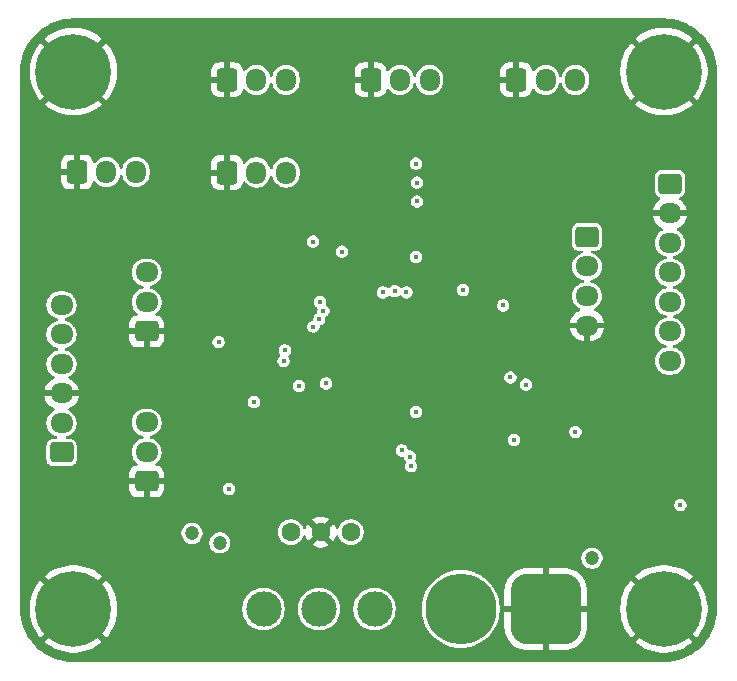
<source format=gbr>
%TF.GenerationSoftware,KiCad,Pcbnew,9.0.0-9.0.0-2~ubuntu22.04.1*%
%TF.CreationDate,2025-03-23T14:41:49+01:00*%
%TF.ProjectId,PCB_main_unit,5043425f-6d61-4696-9e5f-756e69742e6b,rev?*%
%TF.SameCoordinates,Original*%
%TF.FileFunction,Copper,L3,Inr*%
%TF.FilePolarity,Positive*%
%FSLAX46Y46*%
G04 Gerber Fmt 4.6, Leading zero omitted, Abs format (unit mm)*
G04 Created by KiCad (PCBNEW 9.0.0-9.0.0-2~ubuntu22.04.1) date 2025-03-23 14:41:49*
%MOMM*%
%LPD*%
G01*
G04 APERTURE LIST*
G04 Aperture macros list*
%AMRoundRect*
0 Rectangle with rounded corners*
0 $1 Rounding radius*
0 $2 $3 $4 $5 $6 $7 $8 $9 X,Y pos of 4 corners*
0 Add a 4 corners polygon primitive as box body*
4,1,4,$2,$3,$4,$5,$6,$7,$8,$9,$2,$3,0*
0 Add four circle primitives for the rounded corners*
1,1,$1+$1,$2,$3*
1,1,$1+$1,$4,$5*
1,1,$1+$1,$6,$7*
1,1,$1+$1,$8,$9*
0 Add four rect primitives between the rounded corners*
20,1,$1+$1,$2,$3,$4,$5,0*
20,1,$1+$1,$4,$5,$6,$7,0*
20,1,$1+$1,$6,$7,$8,$9,0*
20,1,$1+$1,$8,$9,$2,$3,0*%
G04 Aperture macros list end*
%TA.AperFunction,ComponentPad*%
%ADD10C,0.800000*%
%TD*%
%TA.AperFunction,ComponentPad*%
%ADD11C,6.400000*%
%TD*%
%TA.AperFunction,ComponentPad*%
%ADD12RoundRect,0.250000X-0.600000X-0.725000X0.600000X-0.725000X0.600000X0.725000X-0.600000X0.725000X0*%
%TD*%
%TA.AperFunction,ComponentPad*%
%ADD13O,1.700000X1.950000*%
%TD*%
%TA.AperFunction,ComponentPad*%
%ADD14RoundRect,0.250000X0.725000X-0.600000X0.725000X0.600000X-0.725000X0.600000X-0.725000X-0.600000X0*%
%TD*%
%TA.AperFunction,ComponentPad*%
%ADD15O,1.950000X1.700000*%
%TD*%
%TA.AperFunction,ComponentPad*%
%ADD16RoundRect,1.500000X1.500000X1.500000X-1.500000X1.500000X-1.500000X-1.500000X1.500000X-1.500000X0*%
%TD*%
%TA.AperFunction,ComponentPad*%
%ADD17C,6.000000*%
%TD*%
%TA.AperFunction,ComponentPad*%
%ADD18C,3.000000*%
%TD*%
%TA.AperFunction,ComponentPad*%
%ADD19RoundRect,0.250000X-0.725000X0.600000X-0.725000X-0.600000X0.725000X-0.600000X0.725000X0.600000X0*%
%TD*%
%TA.AperFunction,ComponentPad*%
%ADD20C,1.600000*%
%TD*%
%TA.AperFunction,ViaPad*%
%ADD21C,0.450000*%
%TD*%
%TA.AperFunction,ViaPad*%
%ADD22C,1.200000*%
%TD*%
G04 APERTURE END LIST*
D10*
%TO.N,GND*%
%TO.C,H2*%
X170600000Y-132000000D03*
X171302944Y-130302944D03*
X171302944Y-133697056D03*
X173000000Y-129600000D03*
D11*
X173000000Y-132000000D03*
D10*
X173000000Y-134400000D03*
X174697056Y-130302944D03*
X174697056Y-133697056D03*
X175400000Y-132000000D03*
%TD*%
D12*
%TO.N,GND*%
%TO.C,J1*%
X160500000Y-87200000D03*
D13*
%TO.N,+5V*%
X163000000Y-87200000D03*
%TO.N,TIM1_CH1_DOOR1*%
X165500000Y-87200000D03*
%TD*%
D14*
%TO.N,GND*%
%TO.C,J11*%
X129200000Y-108500000D03*
D15*
%TO.N,+5V*%
X129200000Y-106000000D03*
%TO.N,TIM3_CH1_FOOD*%
X129200000Y-103500000D03*
%TD*%
D10*
%TO.N,GND*%
%TO.C,H4*%
X120600000Y-86500000D03*
X121302944Y-84802944D03*
X121302944Y-88197056D03*
X123000000Y-84100000D03*
D11*
X123000000Y-86500000D03*
D10*
X123000000Y-88900000D03*
X124697056Y-84802944D03*
X124697056Y-88197056D03*
X125400000Y-86500000D03*
%TD*%
D12*
%TO.N,GND*%
%TO.C,J5*%
X123300000Y-95000000D03*
D13*
%TO.N,TIM2_CH2_LIGHT1*%
X125800000Y-95000000D03*
%TO.N,+5V*%
X128300000Y-95000000D03*
%TD*%
D12*
%TO.N,GND*%
%TO.C,J4*%
X136000000Y-95050000D03*
D13*
%TO.N,+5V*%
X138500000Y-95050000D03*
%TO.N,TIM1_CH4_GARAGE*%
X141000000Y-95050000D03*
%TD*%
D14*
%TO.N,GND*%
%TO.C,J10*%
X129200000Y-121200000D03*
D15*
%TO.N,+12V*%
X129200000Y-118700000D03*
%TO.N,USART2_HD_XL430*%
X129200000Y-116200000D03*
%TD*%
D10*
%TO.N,GND*%
%TO.C,H1*%
X170600000Y-86500000D03*
X171302944Y-84802944D03*
X171302944Y-88197056D03*
X173000000Y-84100000D03*
D11*
X173000000Y-86500000D03*
D10*
X173000000Y-88900000D03*
X174697056Y-84802944D03*
X174697056Y-88197056D03*
X175400000Y-86500000D03*
%TD*%
D16*
%TO.N,GND*%
%TO.C,J16*%
X163000000Y-132000000D03*
D17*
%TO.N,Net-(J16-Pin_2)*%
X155800000Y-132000000D03*
%TD*%
D14*
%TO.N,unconnected-(J9-Pin_1-Pad1)*%
%TO.C,J9*%
X122000000Y-118750000D03*
D15*
%TO.N,+5V*%
X122000000Y-116250000D03*
%TO.N,GND*%
X122000000Y-113750000D03*
%TO.N,UART3_TX_HC05*%
X122000000Y-111250000D03*
%TO.N,UART3_RX_HC05*%
X122000000Y-108750000D03*
%TO.N,unconnected-(J9-Pin_6-Pad6)*%
X122000000Y-106250000D03*
%TD*%
D12*
%TO.N,GND*%
%TO.C,J3*%
X136000000Y-87200000D03*
D13*
%TO.N,+5V*%
X138500000Y-87200000D03*
%TO.N,TIM1_CH3_DOOR3*%
X141000000Y-87200000D03*
%TD*%
D10*
%TO.N,GND*%
%TO.C,H3*%
X120600000Y-132000000D03*
X121302944Y-130302944D03*
X121302944Y-133697056D03*
X123000000Y-129600000D03*
D11*
X123000000Y-132000000D03*
D10*
X123000000Y-134400000D03*
X124697056Y-130302944D03*
X124697056Y-133697056D03*
X125400000Y-132000000D03*
%TD*%
D18*
%TO.N,+12V*%
%TO.C,SW1*%
X139100000Y-132000000D03*
%TO.N,Net-(J16-Pin_2)*%
X143800000Y-132000000D03*
%TO.N,unconnected-(SW1-C-Pad3)*%
X148500000Y-132000000D03*
%TD*%
D19*
%TO.N,+5V*%
%TO.C,J13*%
X173500000Y-96000000D03*
D15*
%TO.N,GND*%
X173500000Y-98500000D03*
%TO.N,SPI1_SCK*%
X173500000Y-101000000D03*
%TO.N,SPI1_MOSI*%
X173500000Y-103500000D03*
%TO.N,SPI_CS*%
X173500000Y-106000000D03*
%TO.N,SPI_RST*%
X173500000Y-108500000D03*
%TO.N,SPI_DC*%
X173500000Y-111000000D03*
%TD*%
D12*
%TO.N,GND*%
%TO.C,J2*%
X148162500Y-87200000D03*
D13*
%TO.N,+5V*%
X150662500Y-87200000D03*
%TO.N,TIM1_CH2_DOOR2*%
X153162500Y-87200000D03*
%TD*%
D19*
%TO.N,UART4_RX_MP3*%
%TO.C,J12*%
X166500000Y-100500000D03*
D15*
%TO.N,UART4_TX_MP3*%
X166500000Y-103000000D03*
%TO.N,+5V*%
X166500000Y-105500000D03*
%TO.N,GND*%
X166500000Y-108000000D03*
%TD*%
D20*
%TO.N,+12V*%
%TO.C,U1*%
X141400000Y-125500000D03*
%TO.N,GND*%
X143940000Y-125500000D03*
%TO.N,+5V*%
X146480000Y-125500000D03*
%TD*%
D21*
%TO.N,GND*%
X144400000Y-104400000D03*
X145950000Y-116250000D03*
X159300000Y-90700000D03*
X148950000Y-120000000D03*
X133700000Y-121400000D03*
X157750000Y-97500000D03*
X125900000Y-102100000D03*
X129650000Y-98950000D03*
X157050000Y-125650000D03*
X143650000Y-117750000D03*
X154950000Y-125050000D03*
X152150000Y-104900000D03*
X141000000Y-92250000D03*
X131000000Y-84300000D03*
X120550000Y-99250000D03*
X164100000Y-115550000D03*
X150250000Y-116050000D03*
X139650000Y-113450000D03*
X143333135Y-110293365D03*
X128650000Y-125200000D03*
X149800000Y-99600000D03*
X134100000Y-118650000D03*
X129500000Y-89000000D03*
X124400000Y-91800000D03*
X145250000Y-94250000D03*
X168700000Y-134050000D03*
X138400000Y-111000000D03*
X130500000Y-132000000D03*
X175750000Y-91750000D03*
X157200000Y-90200000D03*
X134250000Y-90700000D03*
X163300000Y-109200000D03*
X139900000Y-83400000D03*
X141450000Y-99550000D03*
X169300000Y-93700000D03*
X122000000Y-122500000D03*
X140250000Y-121850000D03*
X136350000Y-130250000D03*
X132100000Y-132050000D03*
X174300000Y-117650000D03*
X157600000Y-101300000D03*
X170000000Y-98700000D03*
X138650000Y-101450000D03*
X157750000Y-95900000D03*
X155100000Y-107050000D03*
X133200000Y-102450000D03*
X128250000Y-134300000D03*
X157800000Y-94300000D03*
X169500000Y-89250000D03*
X147750000Y-128050000D03*
X138300000Y-109800000D03*
X143350000Y-112100000D03*
X133300000Y-108400000D03*
X174350000Y-120200000D03*
X158200000Y-114300000D03*
X125700000Y-114200000D03*
X174350000Y-121450000D03*
X138200000Y-107900000D03*
X144675000Y-101900612D03*
X164900000Y-123750000D03*
X169400000Y-128100000D03*
X164450000Y-95450000D03*
X135950000Y-91600000D03*
X151050000Y-112900000D03*
X136000000Y-99250000D03*
X134550000Y-113550000D03*
X133800000Y-132050000D03*
X146862500Y-90700000D03*
D22*
%TO.N,+5V*%
X133050000Y-125600000D03*
X166900000Y-127700000D03*
D21*
%TO.N,+3.3V*%
X136200000Y-121850000D03*
X143300000Y-100900000D03*
X156000000Y-105000000D03*
X160300000Y-117700000D03*
X142100000Y-113100000D03*
X152000000Y-115300000D03*
X135300000Y-109400000D03*
X140800000Y-111000000D03*
X140900000Y-110100000D03*
X174400000Y-123200000D03*
X152000000Y-102200000D03*
%TO.N,NRST*%
X165500000Y-117000000D03*
X159400000Y-106300000D03*
%TO.N,TIM2_CH2_LIGHT1*%
X145750000Y-101750000D03*
%TO.N,UART3_RX_HC05*%
X138300000Y-114500000D03*
%TO.N,USART2_HD_XL430*%
X144400000Y-112900000D03*
D22*
%TO.N,+12V*%
X135400000Y-126400000D03*
D21*
%TO.N,SPI_CS*%
X150800000Y-118575000D03*
%TO.N,SPI_DC*%
X151600000Y-119900000D03*
%TO.N,SPI_RST*%
X151500000Y-119100000D03*
%TO.N,SPI1_MOSI*%
X144170022Y-106753052D03*
%TO.N,SPI1_SCK*%
X143900000Y-106000000D03*
%TO.N,UART1_DEBUG_RX*%
X161300000Y-113000000D03*
X143324389Y-108099999D03*
%TO.N,UART1_DEBUG_TX*%
X143821345Y-107473072D03*
X160000000Y-112400000D03*
%TO.N,LED3*%
X151200000Y-105200000D03*
X152100000Y-97500000D03*
%TO.N,LED2*%
X150200000Y-105100000D03*
X152100000Y-95900000D03*
%TO.N,LED1*%
X149200000Y-105200000D03*
X152000000Y-94300000D03*
%TD*%
%TA.AperFunction,Conductor*%
%TO.N,GND*%
G36*
X173002702Y-82000617D02*
G01*
X173386771Y-82017386D01*
X173397506Y-82018326D01*
X173775971Y-82068152D01*
X173786597Y-82070025D01*
X174159284Y-82152648D01*
X174169710Y-82155442D01*
X174533765Y-82270227D01*
X174543911Y-82273920D01*
X174896578Y-82420000D01*
X174906369Y-82424566D01*
X175244942Y-82600816D01*
X175254310Y-82606224D01*
X175576244Y-82811318D01*
X175585105Y-82817523D01*
X175887930Y-83049889D01*
X175896217Y-83056843D01*
X176177635Y-83314715D01*
X176185284Y-83322364D01*
X176443156Y-83603782D01*
X176450110Y-83612069D01*
X176682476Y-83914894D01*
X176688681Y-83923755D01*
X176893775Y-84245689D01*
X176899183Y-84255057D01*
X177075430Y-84593623D01*
X177080002Y-84603427D01*
X177226075Y-84956078D01*
X177229775Y-84966244D01*
X177344554Y-85330278D01*
X177347354Y-85340727D01*
X177429971Y-85713389D01*
X177431849Y-85724042D01*
X177481671Y-86102473D01*
X177482614Y-86113249D01*
X177499382Y-86497297D01*
X177499500Y-86502706D01*
X177499500Y-131997293D01*
X177499382Y-132002702D01*
X177482614Y-132386750D01*
X177481671Y-132397526D01*
X177431849Y-132775957D01*
X177429971Y-132786610D01*
X177347354Y-133159272D01*
X177344554Y-133169721D01*
X177229775Y-133533755D01*
X177226075Y-133543921D01*
X177080002Y-133896572D01*
X177075430Y-133906376D01*
X176899183Y-134244942D01*
X176893775Y-134254310D01*
X176688681Y-134576244D01*
X176682476Y-134585105D01*
X176450110Y-134887930D01*
X176443156Y-134896217D01*
X176185284Y-135177635D01*
X176177635Y-135185284D01*
X175896217Y-135443156D01*
X175887930Y-135450110D01*
X175585105Y-135682476D01*
X175576244Y-135688681D01*
X175254310Y-135893775D01*
X175244942Y-135899183D01*
X174906376Y-136075430D01*
X174896572Y-136080002D01*
X174543921Y-136226075D01*
X174533755Y-136229775D01*
X174169721Y-136344554D01*
X174159272Y-136347354D01*
X173786610Y-136429971D01*
X173775957Y-136431849D01*
X173397526Y-136481671D01*
X173386750Y-136482614D01*
X173002703Y-136499382D01*
X172997294Y-136499500D01*
X123002706Y-136499500D01*
X122997297Y-136499382D01*
X122613249Y-136482614D01*
X122602473Y-136481671D01*
X122224042Y-136431849D01*
X122213389Y-136429971D01*
X121840727Y-136347354D01*
X121830278Y-136344554D01*
X121466244Y-136229775D01*
X121456078Y-136226075D01*
X121103427Y-136080002D01*
X121093623Y-136075430D01*
X120755057Y-135899183D01*
X120745689Y-135893775D01*
X120423755Y-135688681D01*
X120414894Y-135682476D01*
X120112069Y-135450110D01*
X120103782Y-135443156D01*
X119822364Y-135185284D01*
X119814715Y-135177635D01*
X119556843Y-134896217D01*
X119549889Y-134887930D01*
X119493921Y-134814991D01*
X119317523Y-134585105D01*
X119311318Y-134576244D01*
X119106224Y-134254310D01*
X119100816Y-134244942D01*
X119083408Y-134211502D01*
X118924566Y-133906369D01*
X118919997Y-133896572D01*
X118773920Y-133543911D01*
X118770224Y-133533755D01*
X118655442Y-133169710D01*
X118652648Y-133159284D01*
X118570025Y-132786597D01*
X118568152Y-132775971D01*
X118518326Y-132397506D01*
X118517386Y-132386771D01*
X118500618Y-132002702D01*
X118500500Y-131997293D01*
X118500500Y-131818234D01*
X119300000Y-131818234D01*
X119300000Y-132181765D01*
X119335632Y-132543556D01*
X119406550Y-132900090D01*
X119406553Y-132900101D01*
X119512086Y-133247997D01*
X119651207Y-133583864D01*
X119651209Y-133583869D01*
X119822570Y-133904462D01*
X119822581Y-133904480D01*
X120024551Y-134206750D01*
X120211678Y-134434765D01*
X120211679Y-134434766D01*
X121705747Y-132940697D01*
X121779588Y-133042330D01*
X121957670Y-133220412D01*
X122059301Y-133294251D01*
X120565232Y-134788319D01*
X120565233Y-134788320D01*
X120793249Y-134975448D01*
X121095519Y-135177418D01*
X121095537Y-135177429D01*
X121416130Y-135348790D01*
X121416135Y-135348792D01*
X121752002Y-135487913D01*
X122099898Y-135593446D01*
X122099909Y-135593449D01*
X122456443Y-135664367D01*
X122818234Y-135700000D01*
X123181766Y-135700000D01*
X123543556Y-135664367D01*
X123900090Y-135593449D01*
X123900101Y-135593446D01*
X124247997Y-135487913D01*
X124583864Y-135348792D01*
X124583869Y-135348790D01*
X124904462Y-135177429D01*
X124904480Y-135177418D01*
X125206736Y-134975457D01*
X125206750Y-134975447D01*
X125434765Y-134788320D01*
X125434766Y-134788319D01*
X123940698Y-133294251D01*
X124042330Y-133220412D01*
X124220412Y-133042330D01*
X124294251Y-132940698D01*
X125788319Y-134434766D01*
X125788320Y-134434765D01*
X125975447Y-134206750D01*
X125975457Y-134206736D01*
X126177418Y-133904480D01*
X126177429Y-133904462D01*
X126348790Y-133583869D01*
X126348792Y-133583864D01*
X126487913Y-133247997D01*
X126593446Y-132900101D01*
X126593449Y-132900090D01*
X126664367Y-132543556D01*
X126700000Y-132181765D01*
X126700000Y-131881995D01*
X137299500Y-131881995D01*
X137299500Y-132118004D01*
X137299501Y-132118020D01*
X137330306Y-132352010D01*
X137391394Y-132579993D01*
X137481714Y-132798045D01*
X137481719Y-132798056D01*
X137505118Y-132838583D01*
X137599727Y-133002450D01*
X137599729Y-133002453D01*
X137599730Y-133002454D01*
X137743406Y-133189697D01*
X137743412Y-133189704D01*
X137910295Y-133356587D01*
X137910302Y-133356593D01*
X137983614Y-133412847D01*
X138097550Y-133500273D01*
X138220808Y-133571436D01*
X138301943Y-133618280D01*
X138301948Y-133618282D01*
X138301951Y-133618284D01*
X138520007Y-133708606D01*
X138747986Y-133769693D01*
X138981989Y-133800500D01*
X138981996Y-133800500D01*
X139218004Y-133800500D01*
X139218011Y-133800500D01*
X139452014Y-133769693D01*
X139679993Y-133708606D01*
X139898049Y-133618284D01*
X140102450Y-133500273D01*
X140289699Y-133356592D01*
X140456592Y-133189699D01*
X140600273Y-133002450D01*
X140718284Y-132798049D01*
X140808606Y-132579993D01*
X140869693Y-132352014D01*
X140900500Y-132118011D01*
X140900500Y-131881995D01*
X141999500Y-131881995D01*
X141999500Y-132118004D01*
X141999501Y-132118020D01*
X142030306Y-132352010D01*
X142091394Y-132579993D01*
X142181714Y-132798045D01*
X142181719Y-132798056D01*
X142205118Y-132838583D01*
X142299727Y-133002450D01*
X142299729Y-133002453D01*
X142299730Y-133002454D01*
X142443406Y-133189697D01*
X142443412Y-133189704D01*
X142610295Y-133356587D01*
X142610302Y-133356593D01*
X142683614Y-133412847D01*
X142797550Y-133500273D01*
X142920808Y-133571436D01*
X143001943Y-133618280D01*
X143001948Y-133618282D01*
X143001951Y-133618284D01*
X143220007Y-133708606D01*
X143447986Y-133769693D01*
X143681989Y-133800500D01*
X143681996Y-133800500D01*
X143918004Y-133800500D01*
X143918011Y-133800500D01*
X144152014Y-133769693D01*
X144379993Y-133708606D01*
X144598049Y-133618284D01*
X144802450Y-133500273D01*
X144989699Y-133356592D01*
X145156592Y-133189699D01*
X145300273Y-133002450D01*
X145418284Y-132798049D01*
X145508606Y-132579993D01*
X145569693Y-132352014D01*
X145600500Y-132118011D01*
X145600500Y-131881995D01*
X146699500Y-131881995D01*
X146699500Y-132118004D01*
X146699501Y-132118020D01*
X146730306Y-132352010D01*
X146791394Y-132579993D01*
X146881714Y-132798045D01*
X146881719Y-132798056D01*
X146905118Y-132838583D01*
X146999727Y-133002450D01*
X146999729Y-133002453D01*
X146999730Y-133002454D01*
X147143406Y-133189697D01*
X147143412Y-133189704D01*
X147310295Y-133356587D01*
X147310302Y-133356593D01*
X147383614Y-133412847D01*
X147497550Y-133500273D01*
X147620808Y-133571436D01*
X147701943Y-133618280D01*
X147701948Y-133618282D01*
X147701951Y-133618284D01*
X147920007Y-133708606D01*
X148147986Y-133769693D01*
X148381989Y-133800500D01*
X148381996Y-133800500D01*
X148618004Y-133800500D01*
X148618011Y-133800500D01*
X148852014Y-133769693D01*
X149079993Y-133708606D01*
X149298049Y-133618284D01*
X149502450Y-133500273D01*
X149689699Y-133356592D01*
X149856592Y-133189699D01*
X150000273Y-133002450D01*
X150118284Y-132798049D01*
X150208606Y-132579993D01*
X150269693Y-132352014D01*
X150300500Y-132118011D01*
X150300500Y-131881989D01*
X150294690Y-131837857D01*
X152499500Y-131837857D01*
X152499500Y-132162143D01*
X152508153Y-132250000D01*
X152531284Y-132484857D01*
X152531287Y-132484874D01*
X152594545Y-132802902D01*
X152594548Y-132802913D01*
X152688686Y-133113247D01*
X152812786Y-133412849D01*
X152812788Y-133412854D01*
X152965646Y-133698830D01*
X152965657Y-133698848D01*
X153145811Y-133968467D01*
X153145821Y-133968481D01*
X153351546Y-134219158D01*
X153580841Y-134448453D01*
X153580846Y-134448457D01*
X153580847Y-134448458D01*
X153831524Y-134654183D01*
X154101158Y-134834347D01*
X154101167Y-134834352D01*
X154101169Y-134834353D01*
X154387145Y-134987211D01*
X154387147Y-134987211D01*
X154387153Y-134987215D01*
X154686754Y-135111314D01*
X154997077Y-135205449D01*
X154997083Y-135205450D01*
X154997086Y-135205451D01*
X154997097Y-135205454D01*
X155196528Y-135245122D01*
X155315132Y-135268714D01*
X155637857Y-135300500D01*
X155637860Y-135300500D01*
X155962140Y-135300500D01*
X155962143Y-135300500D01*
X156284868Y-135268714D01*
X156442295Y-135237399D01*
X156602902Y-135205454D01*
X156602913Y-135205451D01*
X156602913Y-135205450D01*
X156602923Y-135205449D01*
X156913246Y-135111314D01*
X157212847Y-134987215D01*
X157498842Y-134834347D01*
X157768476Y-134654183D01*
X158019153Y-134448458D01*
X158248458Y-134219153D01*
X158454183Y-133968476D01*
X158634347Y-133698842D01*
X158787215Y-133412847D01*
X158911314Y-133113246D01*
X159005449Y-132802923D01*
X159005451Y-132802913D01*
X159005454Y-132802902D01*
X159057040Y-132543556D01*
X159068714Y-132484868D01*
X159100500Y-132162143D01*
X159100500Y-131837857D01*
X159068714Y-131515132D01*
X159042991Y-131385813D01*
X159005454Y-131197097D01*
X159005451Y-131197086D01*
X159005450Y-131197083D01*
X159005449Y-131197077D01*
X158911314Y-130886754D01*
X158787215Y-130587153D01*
X158787211Y-130587145D01*
X158732509Y-130484805D01*
X158702447Y-130428563D01*
X159500000Y-130428563D01*
X159500000Y-131750000D01*
X160763498Y-131750000D01*
X160750000Y-131852527D01*
X160750000Y-132147473D01*
X160763498Y-132250000D01*
X159500000Y-132250000D01*
X159500000Y-133571436D01*
X159515300Y-133785362D01*
X159576109Y-134064895D01*
X159676091Y-134332958D01*
X159813191Y-134584038D01*
X159813192Y-134584039D01*
X159984639Y-134813065D01*
X159984649Y-134813077D01*
X160186922Y-135015350D01*
X160186934Y-135015360D01*
X160415960Y-135186807D01*
X160415961Y-135186808D01*
X160667042Y-135323908D01*
X160667041Y-135323908D01*
X160935104Y-135423890D01*
X161214637Y-135484699D01*
X161428563Y-135499999D01*
X161428566Y-135500000D01*
X162750000Y-135500000D01*
X162750000Y-134236502D01*
X162852527Y-134250000D01*
X163147473Y-134250000D01*
X163250000Y-134236502D01*
X163250000Y-135500000D01*
X164571434Y-135500000D01*
X164571436Y-135499999D01*
X164785362Y-135484699D01*
X165064895Y-135423890D01*
X165332958Y-135323908D01*
X165584038Y-135186808D01*
X165584039Y-135186807D01*
X165813065Y-135015360D01*
X165813077Y-135015350D01*
X166015350Y-134813077D01*
X166015366Y-134813059D01*
X166126056Y-134665195D01*
X166126056Y-134665194D01*
X166186807Y-134584039D01*
X166186808Y-134584038D01*
X166323908Y-134332958D01*
X166423890Y-134064895D01*
X166484699Y-133785362D01*
X166499999Y-133571436D01*
X166500000Y-133571434D01*
X166500000Y-132250000D01*
X165236502Y-132250000D01*
X165250000Y-132147473D01*
X165250000Y-131852527D01*
X165245485Y-131818234D01*
X169300000Y-131818234D01*
X169300000Y-132181765D01*
X169335632Y-132543556D01*
X169406550Y-132900090D01*
X169406553Y-132900101D01*
X169512086Y-133247997D01*
X169651207Y-133583864D01*
X169651209Y-133583869D01*
X169822570Y-133904462D01*
X169822581Y-133904480D01*
X170024551Y-134206750D01*
X170211678Y-134434765D01*
X170211679Y-134434766D01*
X171705747Y-132940697D01*
X171779588Y-133042330D01*
X171957670Y-133220412D01*
X172059301Y-133294251D01*
X170565232Y-134788319D01*
X170565233Y-134788320D01*
X170793249Y-134975448D01*
X171095519Y-135177418D01*
X171095537Y-135177429D01*
X171416130Y-135348790D01*
X171416135Y-135348792D01*
X171752002Y-135487913D01*
X172099898Y-135593446D01*
X172099909Y-135593449D01*
X172456443Y-135664367D01*
X172818234Y-135700000D01*
X173181766Y-135700000D01*
X173543556Y-135664367D01*
X173900090Y-135593449D01*
X173900101Y-135593446D01*
X174247997Y-135487913D01*
X174583864Y-135348792D01*
X174583869Y-135348790D01*
X174904462Y-135177429D01*
X174904480Y-135177418D01*
X175206736Y-134975457D01*
X175206750Y-134975447D01*
X175434765Y-134788320D01*
X175434766Y-134788319D01*
X173940698Y-133294251D01*
X174042330Y-133220412D01*
X174220412Y-133042330D01*
X174294251Y-132940698D01*
X175788319Y-134434766D01*
X175788320Y-134434765D01*
X175975447Y-134206750D01*
X175975457Y-134206736D01*
X176177418Y-133904480D01*
X176177429Y-133904462D01*
X176348790Y-133583869D01*
X176348792Y-133583864D01*
X176487913Y-133247997D01*
X176593446Y-132900101D01*
X176593449Y-132900090D01*
X176664367Y-132543556D01*
X176700000Y-132181765D01*
X176700000Y-131818234D01*
X176664367Y-131456443D01*
X176593449Y-131099909D01*
X176593446Y-131099898D01*
X176487913Y-130752002D01*
X176348792Y-130416135D01*
X176348790Y-130416130D01*
X176177429Y-130095537D01*
X176177418Y-130095519D01*
X175975448Y-129793249D01*
X175788320Y-129565233D01*
X175788319Y-129565232D01*
X174294251Y-131059300D01*
X174220412Y-130957670D01*
X174042330Y-130779588D01*
X173940698Y-130705748D01*
X175434766Y-129211679D01*
X175434765Y-129211678D01*
X175206750Y-129024551D01*
X174904480Y-128822581D01*
X174904462Y-128822570D01*
X174583869Y-128651209D01*
X174583864Y-128651207D01*
X174247997Y-128512086D01*
X173900101Y-128406553D01*
X173900090Y-128406550D01*
X173543556Y-128335632D01*
X173181766Y-128300000D01*
X172818234Y-128300000D01*
X172456443Y-128335632D01*
X172099909Y-128406550D01*
X172099898Y-128406553D01*
X171752002Y-128512086D01*
X171416135Y-128651207D01*
X171416130Y-128651209D01*
X171095537Y-128822570D01*
X171095519Y-128822581D01*
X170793258Y-129024545D01*
X170793254Y-129024548D01*
X170565233Y-129211679D01*
X170565233Y-129211680D01*
X172059301Y-130705748D01*
X171957670Y-130779588D01*
X171779588Y-130957670D01*
X171705748Y-131059301D01*
X170211680Y-129565233D01*
X170211679Y-129565233D01*
X170024548Y-129793254D01*
X170024545Y-129793258D01*
X169822581Y-130095519D01*
X169822570Y-130095537D01*
X169651209Y-130416130D01*
X169651207Y-130416135D01*
X169512086Y-130752002D01*
X169406553Y-131099898D01*
X169406550Y-131099909D01*
X169335632Y-131456443D01*
X169300000Y-131818234D01*
X165245485Y-131818234D01*
X165236502Y-131750000D01*
X166500000Y-131750000D01*
X166500000Y-130428566D01*
X166499999Y-130428563D01*
X166484699Y-130214637D01*
X166423890Y-129935104D01*
X166323908Y-129667041D01*
X166186808Y-129415961D01*
X166186803Y-129415953D01*
X166126058Y-129334807D01*
X166126056Y-129334805D01*
X166015360Y-129186934D01*
X166015350Y-129186922D01*
X165813077Y-128984649D01*
X165813065Y-128984639D01*
X165584039Y-128813192D01*
X165584038Y-128813191D01*
X165332957Y-128676091D01*
X165332958Y-128676091D01*
X165064895Y-128576109D01*
X164785362Y-128515300D01*
X164571436Y-128500000D01*
X163250000Y-128500000D01*
X163250000Y-129763497D01*
X163147473Y-129750000D01*
X162852527Y-129750000D01*
X162750000Y-129763497D01*
X162750000Y-128500000D01*
X161428563Y-128500000D01*
X161214637Y-128515300D01*
X160935104Y-128576109D01*
X160667041Y-128676091D01*
X160415961Y-128813191D01*
X160415960Y-128813192D01*
X160186934Y-128984639D01*
X160186922Y-128984649D01*
X159984649Y-129186922D01*
X159984639Y-129186934D01*
X159813192Y-129415960D01*
X159813191Y-129415961D01*
X159676091Y-129667041D01*
X159576109Y-129935104D01*
X159515300Y-130214637D01*
X159500000Y-130428563D01*
X158702447Y-130428563D01*
X158634353Y-130301169D01*
X158634352Y-130301167D01*
X158634347Y-130301158D01*
X158454183Y-130031524D01*
X158248458Y-129780847D01*
X158248457Y-129780846D01*
X158248453Y-129780841D01*
X158019158Y-129551546D01*
X157768481Y-129345821D01*
X157768480Y-129345820D01*
X157768476Y-129345817D01*
X157498842Y-129165653D01*
X157498837Y-129165650D01*
X157498830Y-129165646D01*
X157212854Y-129012788D01*
X157212849Y-129012786D01*
X156913247Y-128888686D01*
X156602913Y-128794548D01*
X156602902Y-128794545D01*
X156284874Y-128731287D01*
X156284857Y-128731284D01*
X156040812Y-128707248D01*
X155962143Y-128699500D01*
X155637857Y-128699500D01*
X155565099Y-128706666D01*
X155315142Y-128731284D01*
X155315125Y-128731287D01*
X154997097Y-128794545D01*
X154997086Y-128794548D01*
X154686752Y-128888686D01*
X154387150Y-129012786D01*
X154387145Y-129012788D01*
X154101169Y-129165646D01*
X154101151Y-129165657D01*
X153831532Y-129345811D01*
X153831518Y-129345821D01*
X153580841Y-129551546D01*
X153351546Y-129780841D01*
X153145821Y-130031518D01*
X153145811Y-130031532D01*
X152965657Y-130301151D01*
X152965646Y-130301169D01*
X152812788Y-130587145D01*
X152812786Y-130587150D01*
X152688686Y-130886752D01*
X152594548Y-131197086D01*
X152594545Y-131197097D01*
X152531287Y-131515125D01*
X152531284Y-131515142D01*
X152508153Y-131750000D01*
X152499500Y-131837857D01*
X150294690Y-131837857D01*
X150269693Y-131647986D01*
X150208606Y-131420007D01*
X150118284Y-131201951D01*
X150118282Y-131201948D01*
X150118280Y-131201943D01*
X150059370Y-131099909D01*
X150000273Y-130997550D01*
X149856592Y-130810301D01*
X149856587Y-130810295D01*
X149689704Y-130643412D01*
X149689697Y-130643406D01*
X149502454Y-130499730D01*
X149502453Y-130499729D01*
X149502450Y-130499727D01*
X149420957Y-130452677D01*
X149298056Y-130381719D01*
X149298045Y-130381714D01*
X149079993Y-130291394D01*
X148852010Y-130230306D01*
X148618020Y-130199501D01*
X148618017Y-130199500D01*
X148618011Y-130199500D01*
X148381989Y-130199500D01*
X148381983Y-130199500D01*
X148381979Y-130199501D01*
X148147989Y-130230306D01*
X147920006Y-130291394D01*
X147701954Y-130381714D01*
X147701943Y-130381719D01*
X147497545Y-130499730D01*
X147310302Y-130643406D01*
X147310295Y-130643412D01*
X147143412Y-130810295D01*
X147143406Y-130810302D01*
X146999730Y-130997545D01*
X146881719Y-131201943D01*
X146881714Y-131201954D01*
X146791394Y-131420006D01*
X146730306Y-131647989D01*
X146699501Y-131881979D01*
X146699500Y-131881995D01*
X145600500Y-131881995D01*
X145600500Y-131881989D01*
X145569693Y-131647986D01*
X145508606Y-131420007D01*
X145418284Y-131201951D01*
X145418282Y-131201948D01*
X145418280Y-131201943D01*
X145359370Y-131099909D01*
X145300273Y-130997550D01*
X145156592Y-130810301D01*
X145156587Y-130810295D01*
X144989704Y-130643412D01*
X144989697Y-130643406D01*
X144802454Y-130499730D01*
X144802453Y-130499729D01*
X144802450Y-130499727D01*
X144720957Y-130452677D01*
X144598056Y-130381719D01*
X144598045Y-130381714D01*
X144379993Y-130291394D01*
X144152010Y-130230306D01*
X143918020Y-130199501D01*
X143918017Y-130199500D01*
X143918011Y-130199500D01*
X143681989Y-130199500D01*
X143681983Y-130199500D01*
X143681979Y-130199501D01*
X143447989Y-130230306D01*
X143220006Y-130291394D01*
X143001954Y-130381714D01*
X143001943Y-130381719D01*
X142797545Y-130499730D01*
X142610302Y-130643406D01*
X142610295Y-130643412D01*
X142443412Y-130810295D01*
X142443406Y-130810302D01*
X142299730Y-130997545D01*
X142181719Y-131201943D01*
X142181714Y-131201954D01*
X142091394Y-131420006D01*
X142030306Y-131647989D01*
X141999501Y-131881979D01*
X141999500Y-131881995D01*
X140900500Y-131881995D01*
X140900500Y-131881989D01*
X140869693Y-131647986D01*
X140808606Y-131420007D01*
X140718284Y-131201951D01*
X140718282Y-131201948D01*
X140718280Y-131201943D01*
X140659370Y-131099909D01*
X140600273Y-130997550D01*
X140456592Y-130810301D01*
X140456587Y-130810295D01*
X140289704Y-130643412D01*
X140289697Y-130643406D01*
X140102454Y-130499730D01*
X140102453Y-130499729D01*
X140102450Y-130499727D01*
X140020957Y-130452677D01*
X139898056Y-130381719D01*
X139898045Y-130381714D01*
X139679993Y-130291394D01*
X139452010Y-130230306D01*
X139218020Y-130199501D01*
X139218017Y-130199500D01*
X139218011Y-130199500D01*
X138981989Y-130199500D01*
X138981983Y-130199500D01*
X138981979Y-130199501D01*
X138747989Y-130230306D01*
X138520006Y-130291394D01*
X138301954Y-130381714D01*
X138301943Y-130381719D01*
X138097545Y-130499730D01*
X137910302Y-130643406D01*
X137910295Y-130643412D01*
X137743412Y-130810295D01*
X137743406Y-130810302D01*
X137599730Y-130997545D01*
X137481719Y-131201943D01*
X137481714Y-131201954D01*
X137391394Y-131420006D01*
X137330306Y-131647989D01*
X137299501Y-131881979D01*
X137299500Y-131881995D01*
X126700000Y-131881995D01*
X126700000Y-131818234D01*
X126664367Y-131456443D01*
X126593449Y-131099909D01*
X126593446Y-131099898D01*
X126487913Y-130752002D01*
X126348792Y-130416135D01*
X126348790Y-130416130D01*
X126177429Y-130095537D01*
X126177418Y-130095519D01*
X125975448Y-129793249D01*
X125788320Y-129565233D01*
X125788319Y-129565232D01*
X124294251Y-131059300D01*
X124220412Y-130957670D01*
X124042330Y-130779588D01*
X123940698Y-130705748D01*
X125434766Y-129211679D01*
X125434765Y-129211678D01*
X125206750Y-129024551D01*
X124904480Y-128822581D01*
X124904462Y-128822570D01*
X124583869Y-128651209D01*
X124583864Y-128651207D01*
X124247997Y-128512086D01*
X123900101Y-128406553D01*
X123900090Y-128406550D01*
X123543556Y-128335632D01*
X123181766Y-128300000D01*
X122818234Y-128300000D01*
X122456443Y-128335632D01*
X122099909Y-128406550D01*
X122099898Y-128406553D01*
X121752002Y-128512086D01*
X121416135Y-128651207D01*
X121416130Y-128651209D01*
X121095537Y-128822570D01*
X121095519Y-128822581D01*
X120793258Y-129024545D01*
X120793254Y-129024548D01*
X120565233Y-129211679D01*
X120565233Y-129211680D01*
X122059301Y-130705748D01*
X121957670Y-130779588D01*
X121779588Y-130957670D01*
X121705748Y-131059301D01*
X120211680Y-129565233D01*
X120211679Y-129565233D01*
X120024548Y-129793254D01*
X120024545Y-129793258D01*
X119822581Y-130095519D01*
X119822570Y-130095537D01*
X119651209Y-130416130D01*
X119651207Y-130416135D01*
X119512086Y-130752002D01*
X119406553Y-131099898D01*
X119406550Y-131099909D01*
X119335632Y-131456443D01*
X119300000Y-131818234D01*
X118500500Y-131818234D01*
X118500500Y-127611304D01*
X165999500Y-127611304D01*
X165999500Y-127788695D01*
X166034103Y-127962658D01*
X166034106Y-127962667D01*
X166101983Y-128126540D01*
X166101990Y-128126553D01*
X166200535Y-128274034D01*
X166200538Y-128274038D01*
X166325961Y-128399461D01*
X166325965Y-128399464D01*
X166473446Y-128498009D01*
X166473459Y-128498016D01*
X166596363Y-128548923D01*
X166637334Y-128565894D01*
X166637336Y-128565894D01*
X166637341Y-128565896D01*
X166811304Y-128600499D01*
X166811307Y-128600500D01*
X166811309Y-128600500D01*
X166988693Y-128600500D01*
X166988694Y-128600499D01*
X167046682Y-128588964D01*
X167162658Y-128565896D01*
X167162661Y-128565894D01*
X167162666Y-128565894D01*
X167326547Y-128498013D01*
X167474035Y-128399464D01*
X167599464Y-128274035D01*
X167698013Y-128126547D01*
X167765894Y-127962666D01*
X167800500Y-127788691D01*
X167800500Y-127611309D01*
X167800500Y-127611306D01*
X167800499Y-127611304D01*
X167765896Y-127437341D01*
X167765893Y-127437332D01*
X167698016Y-127273459D01*
X167698009Y-127273446D01*
X167599464Y-127125965D01*
X167599461Y-127125961D01*
X167474038Y-127000538D01*
X167474034Y-127000535D01*
X167326553Y-126901990D01*
X167326540Y-126901983D01*
X167162667Y-126834106D01*
X167162658Y-126834103D01*
X166988694Y-126799500D01*
X166988691Y-126799500D01*
X166811309Y-126799500D01*
X166811306Y-126799500D01*
X166637341Y-126834103D01*
X166637332Y-126834106D01*
X166473459Y-126901983D01*
X166473446Y-126901990D01*
X166325965Y-127000535D01*
X166325961Y-127000538D01*
X166200538Y-127125961D01*
X166200535Y-127125965D01*
X166101990Y-127273446D01*
X166101983Y-127273459D01*
X166034106Y-127437332D01*
X166034103Y-127437341D01*
X165999500Y-127611304D01*
X118500500Y-127611304D01*
X118500500Y-125511304D01*
X132149500Y-125511304D01*
X132149500Y-125688695D01*
X132184103Y-125862658D01*
X132184106Y-125862667D01*
X132251983Y-126026540D01*
X132251990Y-126026553D01*
X132350535Y-126174034D01*
X132350538Y-126174038D01*
X132475961Y-126299461D01*
X132475965Y-126299464D01*
X132623446Y-126398009D01*
X132623459Y-126398016D01*
X132727794Y-126441232D01*
X132787334Y-126465894D01*
X132787336Y-126465894D01*
X132787341Y-126465896D01*
X132961304Y-126500499D01*
X132961307Y-126500500D01*
X132961309Y-126500500D01*
X133138693Y-126500500D01*
X133138694Y-126500499D01*
X133198058Y-126488691D01*
X133312658Y-126465896D01*
X133312661Y-126465894D01*
X133312666Y-126465894D01*
X133476547Y-126398013D01*
X133606315Y-126311304D01*
X134499500Y-126311304D01*
X134499500Y-126488695D01*
X134534103Y-126662658D01*
X134534106Y-126662667D01*
X134601983Y-126826540D01*
X134601990Y-126826553D01*
X134700535Y-126974034D01*
X134700538Y-126974038D01*
X134825961Y-127099461D01*
X134825965Y-127099464D01*
X134973446Y-127198009D01*
X134973459Y-127198016D01*
X135096363Y-127248923D01*
X135137334Y-127265894D01*
X135137336Y-127265894D01*
X135137341Y-127265896D01*
X135311304Y-127300499D01*
X135311307Y-127300500D01*
X135311309Y-127300500D01*
X135488693Y-127300500D01*
X135488694Y-127300499D01*
X135546682Y-127288964D01*
X135662658Y-127265896D01*
X135662661Y-127265894D01*
X135662666Y-127265894D01*
X135826547Y-127198013D01*
X135974035Y-127099464D01*
X136099464Y-126974035D01*
X136198013Y-126826547D01*
X136265894Y-126662666D01*
X136300500Y-126488691D01*
X136300500Y-126311309D01*
X136300500Y-126311306D01*
X136300499Y-126311304D01*
X136265896Y-126137341D01*
X136265893Y-126137332D01*
X136198016Y-125973459D01*
X136198009Y-125973446D01*
X136099464Y-125825965D01*
X136099461Y-125825961D01*
X135974038Y-125700538D01*
X135974034Y-125700535D01*
X135826553Y-125601990D01*
X135826540Y-125601983D01*
X135662667Y-125534106D01*
X135662658Y-125534103D01*
X135642700Y-125530134D01*
X135488694Y-125499500D01*
X135488691Y-125499500D01*
X135311309Y-125499500D01*
X135311306Y-125499500D01*
X135137341Y-125534103D01*
X135137332Y-125534106D01*
X134973459Y-125601983D01*
X134973446Y-125601990D01*
X134825965Y-125700535D01*
X134825961Y-125700538D01*
X134700538Y-125825961D01*
X134700535Y-125825965D01*
X134601990Y-125973446D01*
X134601983Y-125973459D01*
X134534106Y-126137332D01*
X134534103Y-126137341D01*
X134499500Y-126311304D01*
X133606315Y-126311304D01*
X133624035Y-126299464D01*
X133624038Y-126299461D01*
X133705964Y-126217536D01*
X133749461Y-126174038D01*
X133749464Y-126174035D01*
X133848013Y-126026547D01*
X133915894Y-125862666D01*
X133923195Y-125825965D01*
X133950499Y-125688695D01*
X133950500Y-125688693D01*
X133950500Y-125511306D01*
X133950499Y-125511304D01*
X133931023Y-125413389D01*
X140299500Y-125413389D01*
X140299500Y-125586610D01*
X140325934Y-125753512D01*
X140326598Y-125757701D01*
X140380127Y-125922445D01*
X140458768Y-126076788D01*
X140560586Y-126216928D01*
X140683072Y-126339414D01*
X140823212Y-126441232D01*
X140977555Y-126519873D01*
X141142299Y-126573402D01*
X141313389Y-126600500D01*
X141313390Y-126600500D01*
X141486610Y-126600500D01*
X141486611Y-126600500D01*
X141657701Y-126573402D01*
X141822445Y-126519873D01*
X141976788Y-126441232D01*
X142116928Y-126339414D01*
X142239414Y-126216928D01*
X142341232Y-126076788D01*
X142419873Y-125922445D01*
X142447186Y-125838384D01*
X142486622Y-125780711D01*
X142550981Y-125753512D01*
X142619827Y-125765427D01*
X142671303Y-125812671D01*
X142683047Y-125838385D01*
X142735244Y-125999031D01*
X142828141Y-126181350D01*
X142828147Y-126181359D01*
X142860523Y-126225921D01*
X142860524Y-126225922D01*
X143457037Y-125629409D01*
X143474075Y-125692993D01*
X143539901Y-125807007D01*
X143632993Y-125900099D01*
X143747007Y-125965925D01*
X143810590Y-125982962D01*
X143214076Y-126579474D01*
X143258650Y-126611859D01*
X143440968Y-126704755D01*
X143635582Y-126767990D01*
X143837683Y-126800000D01*
X144042317Y-126800000D01*
X144244417Y-126767990D01*
X144439031Y-126704755D01*
X144621349Y-126611859D01*
X144665921Y-126579474D01*
X144069409Y-125982962D01*
X144132993Y-125965925D01*
X144247007Y-125900099D01*
X144340099Y-125807007D01*
X144405925Y-125692993D01*
X144422962Y-125629410D01*
X145019474Y-126225922D01*
X145019474Y-126225921D01*
X145051859Y-126181349D01*
X145144755Y-125999029D01*
X145196952Y-125838386D01*
X145236389Y-125780710D01*
X145300748Y-125753512D01*
X145369594Y-125765427D01*
X145421070Y-125812671D01*
X145432814Y-125838385D01*
X145460128Y-125922449D01*
X145513169Y-126026547D01*
X145538768Y-126076788D01*
X145640586Y-126216928D01*
X145763072Y-126339414D01*
X145903212Y-126441232D01*
X146057555Y-126519873D01*
X146222299Y-126573402D01*
X146393389Y-126600500D01*
X146393390Y-126600500D01*
X146566610Y-126600500D01*
X146566611Y-126600500D01*
X146737701Y-126573402D01*
X146902445Y-126519873D01*
X147056788Y-126441232D01*
X147196928Y-126339414D01*
X147319414Y-126216928D01*
X147421232Y-126076788D01*
X147499873Y-125922445D01*
X147553402Y-125757701D01*
X147580500Y-125586611D01*
X147580500Y-125413389D01*
X147553402Y-125242299D01*
X147499873Y-125077555D01*
X147421232Y-124923212D01*
X147319414Y-124783072D01*
X147196928Y-124660586D01*
X147056788Y-124558768D01*
X146902445Y-124480127D01*
X146737701Y-124426598D01*
X146737699Y-124426597D01*
X146737698Y-124426597D01*
X146606271Y-124405781D01*
X146566611Y-124399500D01*
X146393389Y-124399500D01*
X146353728Y-124405781D01*
X146222302Y-124426597D01*
X146057552Y-124480128D01*
X145903211Y-124558768D01*
X145823256Y-124616859D01*
X145763072Y-124660586D01*
X145763070Y-124660588D01*
X145763069Y-124660588D01*
X145640588Y-124783069D01*
X145640588Y-124783070D01*
X145640586Y-124783072D01*
X145614737Y-124818650D01*
X145538768Y-124923211D01*
X145460129Y-125077549D01*
X145432814Y-125161615D01*
X145393375Y-125219290D01*
X145329016Y-125246487D01*
X145260170Y-125234572D01*
X145208695Y-125187327D01*
X145196952Y-125161613D01*
X145144755Y-125000970D01*
X145051859Y-124818650D01*
X145019474Y-124774077D01*
X145019474Y-124774076D01*
X144422962Y-125370589D01*
X144405925Y-125307007D01*
X144340099Y-125192993D01*
X144247007Y-125099901D01*
X144132993Y-125034075D01*
X144069408Y-125017037D01*
X144665922Y-124420524D01*
X144665921Y-124420523D01*
X144621359Y-124388147D01*
X144621350Y-124388141D01*
X144439031Y-124295244D01*
X144244417Y-124232009D01*
X144042317Y-124200000D01*
X143837683Y-124200000D01*
X143635582Y-124232009D01*
X143440968Y-124295244D01*
X143258644Y-124388143D01*
X143214077Y-124420523D01*
X143214077Y-124420524D01*
X143810591Y-125017037D01*
X143747007Y-125034075D01*
X143632993Y-125099901D01*
X143539901Y-125192993D01*
X143474075Y-125307007D01*
X143457037Y-125370590D01*
X142860524Y-124774077D01*
X142860523Y-124774077D01*
X142828143Y-124818644D01*
X142735244Y-125000968D01*
X142683047Y-125161614D01*
X142643609Y-125219289D01*
X142579250Y-125246487D01*
X142510404Y-125234572D01*
X142458928Y-125187328D01*
X142447186Y-125161615D01*
X142419873Y-125077555D01*
X142341232Y-124923212D01*
X142239414Y-124783072D01*
X142116928Y-124660586D01*
X141976788Y-124558768D01*
X141976789Y-124558768D01*
X141976787Y-124558767D01*
X141822447Y-124480128D01*
X141822446Y-124480127D01*
X141822445Y-124480127D01*
X141657701Y-124426598D01*
X141657699Y-124426597D01*
X141657698Y-124426597D01*
X141526271Y-124405781D01*
X141486611Y-124399500D01*
X141313389Y-124399500D01*
X141273728Y-124405781D01*
X141142302Y-124426597D01*
X140977552Y-124480128D01*
X140823211Y-124558768D01*
X140743256Y-124616859D01*
X140683072Y-124660586D01*
X140683070Y-124660588D01*
X140683069Y-124660588D01*
X140560588Y-124783069D01*
X140560588Y-124783070D01*
X140560586Y-124783072D01*
X140534737Y-124818650D01*
X140458768Y-124923211D01*
X140380128Y-125077552D01*
X140326597Y-125242302D01*
X140299500Y-125413389D01*
X133931023Y-125413389D01*
X133915896Y-125337341D01*
X133915893Y-125337332D01*
X133848016Y-125173459D01*
X133848009Y-125173446D01*
X133749464Y-125025965D01*
X133749461Y-125025961D01*
X133624038Y-124900538D01*
X133624034Y-124900535D01*
X133476553Y-124801990D01*
X133476540Y-124801983D01*
X133312667Y-124734106D01*
X133312658Y-124734103D01*
X133138694Y-124699500D01*
X133138691Y-124699500D01*
X132961309Y-124699500D01*
X132961306Y-124699500D01*
X132787341Y-124734103D01*
X132787332Y-124734106D01*
X132623459Y-124801983D01*
X132623446Y-124801990D01*
X132475965Y-124900535D01*
X132475961Y-124900538D01*
X132350538Y-125025961D01*
X132350535Y-125025965D01*
X132251990Y-125173446D01*
X132251983Y-125173459D01*
X132184106Y-125337332D01*
X132184103Y-125337341D01*
X132149500Y-125511304D01*
X118500500Y-125511304D01*
X118500500Y-123130817D01*
X173874500Y-123130817D01*
X173874500Y-123269182D01*
X173910312Y-123402835D01*
X173910313Y-123402838D01*
X173979492Y-123522661D01*
X173979494Y-123522664D01*
X173979495Y-123522665D01*
X174077335Y-123620505D01*
X174197164Y-123689688D01*
X174330817Y-123725500D01*
X174330819Y-123725500D01*
X174469181Y-123725500D01*
X174469183Y-123725500D01*
X174602836Y-123689688D01*
X174722665Y-123620505D01*
X174820505Y-123522665D01*
X174889688Y-123402836D01*
X174925500Y-123269183D01*
X174925500Y-123130817D01*
X174889688Y-122997164D01*
X174820505Y-122877335D01*
X174722665Y-122779495D01*
X174722664Y-122779494D01*
X174722661Y-122779492D01*
X174602838Y-122710313D01*
X174602837Y-122710312D01*
X174602836Y-122710312D01*
X174469183Y-122674500D01*
X174330817Y-122674500D01*
X174197164Y-122710312D01*
X174197161Y-122710313D01*
X174077338Y-122779492D01*
X174077333Y-122779496D01*
X173979496Y-122877333D01*
X173979492Y-122877338D01*
X173910313Y-122997161D01*
X173910312Y-122997164D01*
X173874500Y-123130817D01*
X118500500Y-123130817D01*
X118500500Y-120550013D01*
X127725000Y-120550013D01*
X127725000Y-120950000D01*
X128795854Y-120950000D01*
X128757370Y-121016657D01*
X128725000Y-121137465D01*
X128725000Y-121262535D01*
X128757370Y-121383343D01*
X128795854Y-121450000D01*
X127725001Y-121450000D01*
X127725001Y-121849986D01*
X127735494Y-121952697D01*
X127790641Y-122119119D01*
X127790643Y-122119124D01*
X127882684Y-122268345D01*
X128006654Y-122392315D01*
X128155875Y-122484356D01*
X128155880Y-122484358D01*
X128322302Y-122539505D01*
X128322309Y-122539506D01*
X128425019Y-122549999D01*
X128949999Y-122549999D01*
X128950000Y-122549998D01*
X128950000Y-121604145D01*
X129016657Y-121642630D01*
X129137465Y-121675000D01*
X129262535Y-121675000D01*
X129383343Y-121642630D01*
X129450000Y-121604145D01*
X129450000Y-122549999D01*
X129974972Y-122549999D01*
X129974986Y-122549998D01*
X130077697Y-122539505D01*
X130244119Y-122484358D01*
X130244124Y-122484356D01*
X130393345Y-122392315D01*
X130517315Y-122268345D01*
X130609356Y-122119124D01*
X130609358Y-122119119D01*
X130664505Y-121952697D01*
X130664506Y-121952690D01*
X130674999Y-121849986D01*
X130675000Y-121849973D01*
X130675000Y-121780817D01*
X135674500Y-121780817D01*
X135674500Y-121919182D01*
X135710312Y-122052835D01*
X135710313Y-122052838D01*
X135779492Y-122172661D01*
X135779494Y-122172664D01*
X135779495Y-122172665D01*
X135877335Y-122270505D01*
X135997164Y-122339688D01*
X136130817Y-122375500D01*
X136130819Y-122375500D01*
X136269181Y-122375500D01*
X136269183Y-122375500D01*
X136402836Y-122339688D01*
X136522665Y-122270505D01*
X136620505Y-122172665D01*
X136689688Y-122052836D01*
X136725500Y-121919183D01*
X136725500Y-121780817D01*
X136689688Y-121647164D01*
X136620505Y-121527335D01*
X136522665Y-121429495D01*
X136522664Y-121429494D01*
X136522661Y-121429492D01*
X136402838Y-121360313D01*
X136402837Y-121360312D01*
X136402836Y-121360312D01*
X136269183Y-121324500D01*
X136130817Y-121324500D01*
X135997164Y-121360312D01*
X135997161Y-121360313D01*
X135877338Y-121429492D01*
X135877333Y-121429496D01*
X135779496Y-121527333D01*
X135779492Y-121527338D01*
X135710313Y-121647161D01*
X135710312Y-121647164D01*
X135674500Y-121780817D01*
X130675000Y-121780817D01*
X130675000Y-121450000D01*
X129604146Y-121450000D01*
X129642630Y-121383343D01*
X129675000Y-121262535D01*
X129675000Y-121137465D01*
X129642630Y-121016657D01*
X129604146Y-120950000D01*
X130674999Y-120950000D01*
X130674999Y-120550028D01*
X130674998Y-120550013D01*
X130664505Y-120447302D01*
X130609358Y-120280880D01*
X130609356Y-120280875D01*
X130517315Y-120131654D01*
X130393345Y-120007684D01*
X130244124Y-119915643D01*
X130244119Y-119915641D01*
X130077697Y-119860494D01*
X130077692Y-119860493D01*
X130056226Y-119858300D01*
X129991536Y-119831901D01*
X129951386Y-119774719D01*
X129948525Y-119704908D01*
X129983861Y-119644633D01*
X129995938Y-119634631D01*
X130074501Y-119577553D01*
X130202553Y-119449501D01*
X130308996Y-119302994D01*
X130391211Y-119141639D01*
X130447171Y-118969409D01*
X130461765Y-118877259D01*
X130475500Y-118790551D01*
X130475500Y-118609449D01*
X130460871Y-118517089D01*
X130460871Y-118517088D01*
X130459086Y-118505817D01*
X150274500Y-118505817D01*
X150274500Y-118644182D01*
X150310312Y-118777835D01*
X150310313Y-118777838D01*
X150379492Y-118897661D01*
X150379494Y-118897664D01*
X150379495Y-118897665D01*
X150477335Y-118995505D01*
X150597164Y-119064688D01*
X150730817Y-119100500D01*
X150730819Y-119100500D01*
X150860948Y-119100500D01*
X150927987Y-119120185D01*
X150973742Y-119172989D01*
X150980721Y-119192401D01*
X151010312Y-119302836D01*
X151010313Y-119302837D01*
X151010313Y-119302838D01*
X151079492Y-119422661D01*
X151079496Y-119422666D01*
X151132225Y-119475395D01*
X151165710Y-119536718D01*
X151160726Y-119606410D01*
X151151932Y-119625075D01*
X151110312Y-119697163D01*
X151110312Y-119697164D01*
X151074500Y-119830817D01*
X151074500Y-119969183D01*
X151084817Y-120007684D01*
X151110312Y-120102835D01*
X151110313Y-120102838D01*
X151179492Y-120222661D01*
X151179494Y-120222664D01*
X151179495Y-120222665D01*
X151277335Y-120320505D01*
X151397164Y-120389688D01*
X151530817Y-120425500D01*
X151530819Y-120425500D01*
X151669181Y-120425500D01*
X151669183Y-120425500D01*
X151802836Y-120389688D01*
X151922665Y-120320505D01*
X152020505Y-120222665D01*
X152089688Y-120102836D01*
X152125500Y-119969183D01*
X152125500Y-119830817D01*
X152089688Y-119697164D01*
X152046490Y-119622342D01*
X152020507Y-119577338D01*
X152020503Y-119577333D01*
X151967774Y-119524604D01*
X151934289Y-119463281D01*
X151939273Y-119393589D01*
X151948062Y-119374934D01*
X151989688Y-119302836D01*
X152025500Y-119169183D01*
X152025500Y-119030817D01*
X151989688Y-118897164D01*
X151928135Y-118790551D01*
X151920507Y-118777338D01*
X151920503Y-118777333D01*
X151822666Y-118679496D01*
X151822661Y-118679492D01*
X151702838Y-118610313D01*
X151702837Y-118610312D01*
X151702836Y-118610312D01*
X151569183Y-118574500D01*
X151439052Y-118574500D01*
X151372013Y-118554815D01*
X151326258Y-118502011D01*
X151319277Y-118482594D01*
X151289688Y-118372164D01*
X151220505Y-118252335D01*
X151122665Y-118154495D01*
X151122664Y-118154494D01*
X151122661Y-118154492D01*
X151002838Y-118085313D01*
X151002837Y-118085312D01*
X151002836Y-118085312D01*
X150869183Y-118049500D01*
X150730817Y-118049500D01*
X150597164Y-118085312D01*
X150597161Y-118085313D01*
X150477338Y-118154492D01*
X150477333Y-118154496D01*
X150379496Y-118252333D01*
X150379492Y-118252338D01*
X150310313Y-118372161D01*
X150310312Y-118372164D01*
X150274500Y-118505817D01*
X130459086Y-118505817D01*
X130455407Y-118482594D01*
X130447171Y-118430591D01*
X130391211Y-118258361D01*
X130391211Y-118258360D01*
X130356219Y-118189686D01*
X130308996Y-118097006D01*
X130254985Y-118022666D01*
X130202558Y-117950505D01*
X130202554Y-117950500D01*
X130074495Y-117822441D01*
X129937650Y-117723019D01*
X129937634Y-117723008D01*
X129927994Y-117716004D01*
X129766639Y-117633788D01*
X129766636Y-117633787D01*
X129757495Y-117630817D01*
X159774500Y-117630817D01*
X159774500Y-117769183D01*
X159788772Y-117822445D01*
X159810312Y-117902835D01*
X159810313Y-117902838D01*
X159879492Y-118022661D01*
X159879494Y-118022664D01*
X159879495Y-118022665D01*
X159977335Y-118120505D01*
X160097164Y-118189688D01*
X160230817Y-118225500D01*
X160230819Y-118225500D01*
X160369181Y-118225500D01*
X160369183Y-118225500D01*
X160502836Y-118189688D01*
X160622665Y-118120505D01*
X160720505Y-118022665D01*
X160789688Y-117902836D01*
X160825500Y-117769183D01*
X160825500Y-117630817D01*
X160789688Y-117497164D01*
X160720505Y-117377335D01*
X160622665Y-117279495D01*
X160622664Y-117279494D01*
X160622661Y-117279492D01*
X160502838Y-117210313D01*
X160502837Y-117210312D01*
X160502836Y-117210312D01*
X160369183Y-117174500D01*
X160230817Y-117174500D01*
X160097164Y-117210312D01*
X160097161Y-117210313D01*
X159977338Y-117279492D01*
X159977333Y-117279496D01*
X159879496Y-117377333D01*
X159879492Y-117377338D01*
X159810313Y-117497161D01*
X159810312Y-117497164D01*
X159774500Y-117630817D01*
X129757495Y-117630817D01*
X129594410Y-117577829D01*
X129560594Y-117572473D01*
X129497459Y-117542544D01*
X129460528Y-117483232D01*
X129461526Y-117413370D01*
X129500136Y-117355137D01*
X129560594Y-117327527D01*
X129568388Y-117326292D01*
X129594409Y-117322171D01*
X129766639Y-117266211D01*
X129927994Y-117183996D01*
X130074501Y-117077553D01*
X130202553Y-116949501D01*
X130216128Y-116930817D01*
X164974500Y-116930817D01*
X164974500Y-117069183D01*
X165002720Y-117174500D01*
X165010312Y-117202835D01*
X165010313Y-117202838D01*
X165079492Y-117322661D01*
X165079494Y-117322664D01*
X165079495Y-117322665D01*
X165177335Y-117420505D01*
X165297164Y-117489688D01*
X165430817Y-117525500D01*
X165430819Y-117525500D01*
X165569181Y-117525500D01*
X165569183Y-117525500D01*
X165702836Y-117489688D01*
X165822665Y-117420505D01*
X165920505Y-117322665D01*
X165989688Y-117202836D01*
X166025500Y-117069183D01*
X166025500Y-116930817D01*
X165989688Y-116797164D01*
X165955096Y-116737249D01*
X165920507Y-116677338D01*
X165920503Y-116677333D01*
X165822666Y-116579496D01*
X165822661Y-116579492D01*
X165702838Y-116510313D01*
X165702837Y-116510312D01*
X165702836Y-116510312D01*
X165569183Y-116474500D01*
X165430817Y-116474500D01*
X165297164Y-116510312D01*
X165297161Y-116510313D01*
X165177338Y-116579492D01*
X165177333Y-116579496D01*
X165079496Y-116677333D01*
X165079492Y-116677338D01*
X165010313Y-116797161D01*
X165010312Y-116797164D01*
X164974500Y-116930817D01*
X130216128Y-116930817D01*
X130308996Y-116802994D01*
X130391211Y-116641639D01*
X130447171Y-116469409D01*
X130467581Y-116340546D01*
X130475500Y-116290551D01*
X130475500Y-116109448D01*
X130455090Y-115980589D01*
X130447171Y-115930591D01*
X130419191Y-115844476D01*
X130391212Y-115758363D01*
X130391211Y-115758360D01*
X130334470Y-115647002D01*
X130308996Y-115597006D01*
X130295396Y-115578287D01*
X130202558Y-115450505D01*
X130202554Y-115450500D01*
X130074499Y-115322445D01*
X130074492Y-115322439D01*
X129948383Y-115230817D01*
X151474500Y-115230817D01*
X151474500Y-115369183D01*
X151509688Y-115500505D01*
X151510312Y-115502835D01*
X151510313Y-115502838D01*
X151579492Y-115622661D01*
X151579494Y-115622664D01*
X151579495Y-115622665D01*
X151677335Y-115720505D01*
X151797164Y-115789688D01*
X151930817Y-115825500D01*
X151930819Y-115825500D01*
X152069181Y-115825500D01*
X152069183Y-115825500D01*
X152202836Y-115789688D01*
X152322665Y-115720505D01*
X152420505Y-115622665D01*
X152489688Y-115502836D01*
X152525500Y-115369183D01*
X152525500Y-115230817D01*
X152489688Y-115097164D01*
X152427637Y-114989688D01*
X152420507Y-114977338D01*
X152420503Y-114977333D01*
X152322666Y-114879496D01*
X152322661Y-114879492D01*
X152202838Y-114810313D01*
X152202837Y-114810312D01*
X152202836Y-114810312D01*
X152069183Y-114774500D01*
X151930817Y-114774500D01*
X151797164Y-114810312D01*
X151797161Y-114810313D01*
X151677338Y-114879492D01*
X151677333Y-114879496D01*
X151579496Y-114977333D01*
X151579492Y-114977338D01*
X151510313Y-115097161D01*
X151510312Y-115097164D01*
X151474500Y-115230817D01*
X129948383Y-115230817D01*
X129927997Y-115216006D01*
X129927996Y-115216005D01*
X129927994Y-115216004D01*
X129846462Y-115174461D01*
X129766639Y-115133788D01*
X129766636Y-115133787D01*
X129594410Y-115077829D01*
X129415551Y-115049500D01*
X129415546Y-115049500D01*
X128984454Y-115049500D01*
X128984449Y-115049500D01*
X128805589Y-115077829D01*
X128633363Y-115133787D01*
X128633360Y-115133788D01*
X128472002Y-115216006D01*
X128325505Y-115322441D01*
X128325500Y-115322445D01*
X128197445Y-115450500D01*
X128197441Y-115450505D01*
X128091006Y-115597002D01*
X128008788Y-115758360D01*
X128008787Y-115758363D01*
X127952829Y-115930589D01*
X127924500Y-116109448D01*
X127924500Y-116290551D01*
X127952829Y-116469410D01*
X128008787Y-116641636D01*
X128008788Y-116641639D01*
X128034265Y-116691639D01*
X128091003Y-116802993D01*
X128091006Y-116802997D01*
X128197441Y-116949494D01*
X128197445Y-116949499D01*
X128325500Y-117077554D01*
X128325505Y-117077558D01*
X128394325Y-117127558D01*
X128472006Y-117183996D01*
X128570130Y-117233993D01*
X128633360Y-117266211D01*
X128633363Y-117266212D01*
X128719476Y-117294191D01*
X128805591Y-117322171D01*
X128830291Y-117326083D01*
X128839406Y-117327527D01*
X128902540Y-117357457D01*
X128939471Y-117416768D01*
X128938473Y-117486631D01*
X128899863Y-117544863D01*
X128839406Y-117572473D01*
X128805589Y-117577829D01*
X128633363Y-117633787D01*
X128633360Y-117633788D01*
X128472002Y-117716006D01*
X128325505Y-117822441D01*
X128325500Y-117822445D01*
X128197445Y-117950500D01*
X128197441Y-117950505D01*
X128091006Y-118097002D01*
X128008788Y-118258360D01*
X128008787Y-118258363D01*
X127952829Y-118430589D01*
X127924500Y-118609448D01*
X127924500Y-118790551D01*
X127952829Y-118969410D01*
X128008787Y-119141636D01*
X128008788Y-119141639D01*
X128034656Y-119192406D01*
X128090923Y-119302836D01*
X128091006Y-119302997D01*
X128197441Y-119449494D01*
X128197445Y-119449499D01*
X128325500Y-119577554D01*
X128325505Y-119577558D01*
X128404051Y-119634625D01*
X128446717Y-119689954D01*
X128452696Y-119759568D01*
X128420091Y-119821363D01*
X128359252Y-119855720D01*
X128343769Y-119858301D01*
X128322302Y-119860494D01*
X128155880Y-119915641D01*
X128155875Y-119915643D01*
X128006654Y-120007684D01*
X127882684Y-120131654D01*
X127790643Y-120280875D01*
X127790641Y-120280880D01*
X127735494Y-120447302D01*
X127735493Y-120447309D01*
X127725000Y-120550013D01*
X118500500Y-120550013D01*
X118500500Y-113500000D01*
X120547769Y-113500000D01*
X121595854Y-113500000D01*
X121557370Y-113566657D01*
X121525000Y-113687465D01*
X121525000Y-113812535D01*
X121557370Y-113933343D01*
X121595854Y-114000000D01*
X120547769Y-114000000D01*
X120558242Y-114066126D01*
X120558242Y-114066129D01*
X120623904Y-114268217D01*
X120720379Y-114457557D01*
X120845272Y-114629459D01*
X120845276Y-114629464D01*
X120995535Y-114779723D01*
X120995540Y-114779727D01*
X121167442Y-114904620D01*
X121357511Y-115001466D01*
X121408307Y-115049441D01*
X121425102Y-115117262D01*
X121402565Y-115183397D01*
X121357512Y-115222435D01*
X121272004Y-115266004D01*
X121125505Y-115372441D01*
X121125500Y-115372445D01*
X120997445Y-115500500D01*
X120997441Y-115500505D01*
X120891006Y-115647002D01*
X120808788Y-115808360D01*
X120808787Y-115808363D01*
X120752829Y-115980589D01*
X120724500Y-116159448D01*
X120724500Y-116340551D01*
X120752829Y-116519410D01*
X120808787Y-116691636D01*
X120808788Y-116691639D01*
X120862555Y-116797161D01*
X120889379Y-116849805D01*
X120891006Y-116852997D01*
X120997441Y-116999494D01*
X120997445Y-116999499D01*
X121125500Y-117127554D01*
X121125505Y-117127558D01*
X121229116Y-117202835D01*
X121272006Y-117233996D01*
X121377484Y-117287740D01*
X121433360Y-117316211D01*
X121433363Y-117316212D01*
X121560649Y-117357569D01*
X121618324Y-117397006D01*
X121645523Y-117461364D01*
X121633609Y-117530211D01*
X121586365Y-117581687D01*
X121522331Y-117599500D01*
X121231898Y-117599500D01*
X121192853Y-117604188D01*
X121143438Y-117610122D01*
X121002656Y-117665639D01*
X120882077Y-117757077D01*
X120790639Y-117877656D01*
X120735122Y-118018438D01*
X120729188Y-118067853D01*
X120724500Y-118106898D01*
X120724500Y-119393102D01*
X120728050Y-119422661D01*
X120735122Y-119481561D01*
X120790639Y-119622343D01*
X120882077Y-119742922D01*
X121002656Y-119834360D01*
X121002657Y-119834360D01*
X121002658Y-119834361D01*
X121143436Y-119889877D01*
X121231898Y-119900500D01*
X121231903Y-119900500D01*
X122768097Y-119900500D01*
X122768102Y-119900500D01*
X122856564Y-119889877D01*
X122997342Y-119834361D01*
X123117922Y-119742922D01*
X123209361Y-119622342D01*
X123264877Y-119481564D01*
X123275500Y-119393102D01*
X123275500Y-118106898D01*
X123264877Y-118018436D01*
X123209361Y-117877658D01*
X123209360Y-117877657D01*
X123209360Y-117877656D01*
X123117922Y-117757077D01*
X122997343Y-117665639D01*
X122856561Y-117610122D01*
X122810926Y-117604642D01*
X122768102Y-117599500D01*
X122477669Y-117599500D01*
X122410630Y-117579815D01*
X122364875Y-117527011D01*
X122354931Y-117457853D01*
X122383956Y-117394297D01*
X122439351Y-117357569D01*
X122566636Y-117316212D01*
X122566639Y-117316211D01*
X122727994Y-117233996D01*
X122874501Y-117127553D01*
X123002553Y-116999501D01*
X123108996Y-116852994D01*
X123191211Y-116691639D01*
X123247171Y-116519409D01*
X123261765Y-116427259D01*
X123275500Y-116340551D01*
X123275500Y-116159448D01*
X123259019Y-116055397D01*
X123247171Y-115980591D01*
X123196780Y-115825500D01*
X123191212Y-115808363D01*
X123191211Y-115808360D01*
X123146445Y-115720503D01*
X123108996Y-115647006D01*
X123072666Y-115597002D01*
X123002558Y-115500505D01*
X123002554Y-115500500D01*
X122874499Y-115372445D01*
X122874494Y-115372441D01*
X122727993Y-115266003D01*
X122727992Y-115266002D01*
X122642488Y-115222435D01*
X122591692Y-115174461D01*
X122574897Y-115106640D01*
X122597435Y-115040505D01*
X122642488Y-115001466D01*
X122832558Y-114904620D01*
X123004459Y-114779727D01*
X123004464Y-114779723D01*
X123154723Y-114629464D01*
X123154727Y-114629459D01*
X123279620Y-114457557D01*
X123293245Y-114430817D01*
X137774500Y-114430817D01*
X137774500Y-114569182D01*
X137810312Y-114702835D01*
X137810313Y-114702838D01*
X137879492Y-114822661D01*
X137879494Y-114822664D01*
X137879495Y-114822665D01*
X137977335Y-114920505D01*
X138097164Y-114989688D01*
X138230817Y-115025500D01*
X138230819Y-115025500D01*
X138369181Y-115025500D01*
X138369183Y-115025500D01*
X138502836Y-114989688D01*
X138622665Y-114920505D01*
X138720505Y-114822665D01*
X138789688Y-114702836D01*
X138825500Y-114569183D01*
X138825500Y-114430817D01*
X138789688Y-114297164D01*
X138720505Y-114177335D01*
X138622665Y-114079495D01*
X138622664Y-114079494D01*
X138622661Y-114079492D01*
X138502838Y-114010313D01*
X138502837Y-114010312D01*
X138502836Y-114010312D01*
X138369183Y-113974500D01*
X138230817Y-113974500D01*
X138097164Y-114010312D01*
X138097161Y-114010313D01*
X137977338Y-114079492D01*
X137977333Y-114079496D01*
X137879496Y-114177333D01*
X137879492Y-114177338D01*
X137810313Y-114297161D01*
X137810312Y-114297164D01*
X137774500Y-114430817D01*
X123293245Y-114430817D01*
X123326071Y-114366395D01*
X123376095Y-114268217D01*
X123441757Y-114066129D01*
X123441757Y-114066126D01*
X123452231Y-114000000D01*
X122404146Y-114000000D01*
X122442630Y-113933343D01*
X122475000Y-113812535D01*
X122475000Y-113687465D01*
X122442630Y-113566657D01*
X122404146Y-113500000D01*
X123452231Y-113500000D01*
X123441757Y-113433873D01*
X123441757Y-113433870D01*
X123376095Y-113231782D01*
X123298241Y-113078985D01*
X123298240Y-113078983D01*
X123279622Y-113042444D01*
X123271175Y-113030817D01*
X141574500Y-113030817D01*
X141574500Y-113169183D01*
X141602854Y-113275000D01*
X141610312Y-113302835D01*
X141610313Y-113302838D01*
X141679492Y-113422661D01*
X141679494Y-113422664D01*
X141679495Y-113422665D01*
X141777335Y-113520505D01*
X141777336Y-113520506D01*
X141777338Y-113520507D01*
X141837249Y-113555096D01*
X141897164Y-113589688D01*
X142030817Y-113625500D01*
X142030819Y-113625500D01*
X142169181Y-113625500D01*
X142169183Y-113625500D01*
X142302836Y-113589688D01*
X142422665Y-113520505D01*
X142520505Y-113422665D01*
X142589688Y-113302836D01*
X142625500Y-113169183D01*
X142625500Y-113030817D01*
X142589688Y-112897164D01*
X142582485Y-112884688D01*
X142582485Y-112884687D01*
X142551383Y-112830817D01*
X143874500Y-112830817D01*
X143874500Y-112969183D01*
X143901295Y-113069182D01*
X143910312Y-113102835D01*
X143910313Y-113102838D01*
X143979492Y-113222661D01*
X143979494Y-113222664D01*
X143979495Y-113222665D01*
X144077335Y-113320505D01*
X144197164Y-113389688D01*
X144330817Y-113425500D01*
X144330819Y-113425500D01*
X144469181Y-113425500D01*
X144469183Y-113425500D01*
X144602836Y-113389688D01*
X144722665Y-113320505D01*
X144820505Y-113222665D01*
X144889688Y-113102836D01*
X144925500Y-112969183D01*
X144925500Y-112930817D01*
X160774500Y-112930817D01*
X160774500Y-113069183D01*
X160801295Y-113169182D01*
X160810312Y-113202835D01*
X160810313Y-113202838D01*
X160879492Y-113322661D01*
X160879494Y-113322664D01*
X160879495Y-113322665D01*
X160977335Y-113420505D01*
X160977336Y-113420506D01*
X160977338Y-113420507D01*
X161000484Y-113433870D01*
X161097164Y-113489688D01*
X161230817Y-113525500D01*
X161230819Y-113525500D01*
X161369181Y-113525500D01*
X161369183Y-113525500D01*
X161502836Y-113489688D01*
X161622665Y-113420505D01*
X161720505Y-113322665D01*
X161789688Y-113202836D01*
X161825500Y-113069183D01*
X161825500Y-112930817D01*
X161789688Y-112797164D01*
X161731953Y-112697164D01*
X161720507Y-112677338D01*
X161720503Y-112677333D01*
X161622666Y-112579496D01*
X161622661Y-112579492D01*
X161502838Y-112510313D01*
X161502837Y-112510312D01*
X161502836Y-112510312D01*
X161369183Y-112474500D01*
X161230817Y-112474500D01*
X161097164Y-112510312D01*
X161097161Y-112510313D01*
X160977338Y-112579492D01*
X160977333Y-112579496D01*
X160879496Y-112677333D01*
X160879492Y-112677338D01*
X160810313Y-112797161D01*
X160810312Y-112797164D01*
X160774500Y-112930817D01*
X144925500Y-112930817D01*
X144925500Y-112830817D01*
X144889688Y-112697164D01*
X144835228Y-112602836D01*
X144820507Y-112577338D01*
X144820503Y-112577333D01*
X144722666Y-112479496D01*
X144722658Y-112479490D01*
X144637071Y-112430077D01*
X144637070Y-112430077D01*
X144602838Y-112410313D01*
X144602837Y-112410312D01*
X144602836Y-112410312D01*
X144469183Y-112374500D01*
X144330817Y-112374500D01*
X144197164Y-112410312D01*
X144197161Y-112410313D01*
X144077338Y-112479492D01*
X144077333Y-112479496D01*
X143979496Y-112577333D01*
X143979492Y-112577338D01*
X143910313Y-112697161D01*
X143910312Y-112697164D01*
X143874500Y-112830817D01*
X142551383Y-112830817D01*
X142520509Y-112777341D01*
X142520503Y-112777333D01*
X142422666Y-112679496D01*
X142422661Y-112679492D01*
X142302838Y-112610313D01*
X142302837Y-112610312D01*
X142302836Y-112610312D01*
X142169183Y-112574500D01*
X142030817Y-112574500D01*
X141897164Y-112610312D01*
X141897161Y-112610313D01*
X141777338Y-112679492D01*
X141777333Y-112679496D01*
X141679496Y-112777333D01*
X141679492Y-112777338D01*
X141610313Y-112897161D01*
X141610312Y-112897164D01*
X141574500Y-113030817D01*
X123271175Y-113030817D01*
X123154727Y-112870540D01*
X123154723Y-112870535D01*
X123004464Y-112720276D01*
X123004459Y-112720272D01*
X122832557Y-112595379D01*
X122642488Y-112498533D01*
X122591692Y-112450558D01*
X122574897Y-112382737D01*
X122592591Y-112330817D01*
X159474500Y-112330817D01*
X159474500Y-112469183D01*
X159502720Y-112574500D01*
X159510312Y-112602835D01*
X159510313Y-112602838D01*
X159579492Y-112722661D01*
X159579494Y-112722664D01*
X159579495Y-112722665D01*
X159677335Y-112820505D01*
X159797164Y-112889688D01*
X159930817Y-112925500D01*
X159930819Y-112925500D01*
X160069181Y-112925500D01*
X160069183Y-112925500D01*
X160202836Y-112889688D01*
X160322665Y-112820505D01*
X160420505Y-112722665D01*
X160489688Y-112602836D01*
X160525500Y-112469183D01*
X160525500Y-112330817D01*
X160489688Y-112197164D01*
X160420505Y-112077335D01*
X160322665Y-111979495D01*
X160322664Y-111979494D01*
X160322661Y-111979492D01*
X160202838Y-111910313D01*
X160202837Y-111910312D01*
X160202836Y-111910312D01*
X160069183Y-111874500D01*
X159930817Y-111874500D01*
X159797164Y-111910312D01*
X159797161Y-111910313D01*
X159677338Y-111979492D01*
X159677333Y-111979496D01*
X159579496Y-112077333D01*
X159579492Y-112077338D01*
X159510313Y-112197161D01*
X159510312Y-112197164D01*
X159474500Y-112330817D01*
X122592591Y-112330817D01*
X122597435Y-112316602D01*
X122642489Y-112277563D01*
X122727994Y-112233996D01*
X122874501Y-112127553D01*
X123002553Y-111999501D01*
X123108996Y-111852994D01*
X123191211Y-111691639D01*
X123247171Y-111519409D01*
X123261765Y-111427259D01*
X123275500Y-111340551D01*
X123275500Y-111159448D01*
X123247171Y-110980591D01*
X123240808Y-110961006D01*
X123240807Y-110961004D01*
X123230999Y-110930817D01*
X140274500Y-110930817D01*
X140274500Y-111069183D01*
X140298687Y-111159448D01*
X140310312Y-111202835D01*
X140310313Y-111202838D01*
X140379492Y-111322661D01*
X140379494Y-111322664D01*
X140379495Y-111322665D01*
X140477335Y-111420505D01*
X140597164Y-111489688D01*
X140730817Y-111525500D01*
X140730819Y-111525500D01*
X140869181Y-111525500D01*
X140869183Y-111525500D01*
X141002836Y-111489688D01*
X141122665Y-111420505D01*
X141220505Y-111322665D01*
X141289688Y-111202836D01*
X141325500Y-111069183D01*
X141325500Y-110930817D01*
X141289688Y-110797164D01*
X141220505Y-110677335D01*
X141219555Y-110676097D01*
X141219077Y-110674861D01*
X141216442Y-110670297D01*
X141217153Y-110669886D01*
X141194357Y-110610930D01*
X141208391Y-110542484D01*
X141230239Y-110512930D01*
X141320505Y-110422665D01*
X141389688Y-110302836D01*
X141425500Y-110169183D01*
X141425500Y-110030817D01*
X141389688Y-109897164D01*
X141320505Y-109777335D01*
X141222665Y-109679495D01*
X141222664Y-109679494D01*
X141222661Y-109679492D01*
X141102838Y-109610313D01*
X141102837Y-109610312D01*
X141102836Y-109610312D01*
X140969183Y-109574500D01*
X140830817Y-109574500D01*
X140697164Y-109610312D01*
X140697161Y-109610313D01*
X140577338Y-109679492D01*
X140577333Y-109679496D01*
X140479496Y-109777333D01*
X140479492Y-109777338D01*
X140410313Y-109897161D01*
X140410312Y-109897164D01*
X140374500Y-110030817D01*
X140374500Y-110169183D01*
X140400444Y-110266006D01*
X140410312Y-110302835D01*
X140410313Y-110302838D01*
X140479492Y-110422662D01*
X140480446Y-110423904D01*
X140480924Y-110425141D01*
X140483558Y-110429703D01*
X140482846Y-110430113D01*
X140505643Y-110489072D01*
X140491607Y-110557517D01*
X140469755Y-110587075D01*
X140379492Y-110677338D01*
X140310313Y-110797161D01*
X140310312Y-110797164D01*
X140274500Y-110930817D01*
X123230999Y-110930817D01*
X123191212Y-110808363D01*
X123191211Y-110808360D01*
X123151584Y-110730589D01*
X123108996Y-110647006D01*
X123059947Y-110579495D01*
X123002558Y-110500505D01*
X123002554Y-110500500D01*
X122874499Y-110372445D01*
X122874494Y-110372441D01*
X122727997Y-110266006D01*
X122727996Y-110266005D01*
X122727994Y-110266004D01*
X122676300Y-110239664D01*
X122566639Y-110183788D01*
X122566636Y-110183787D01*
X122394410Y-110127829D01*
X122360594Y-110122473D01*
X122297459Y-110092544D01*
X122260528Y-110033232D01*
X122261526Y-109963370D01*
X122300136Y-109905137D01*
X122360594Y-109877527D01*
X122368388Y-109876292D01*
X122394409Y-109872171D01*
X122566639Y-109816211D01*
X122727994Y-109733996D01*
X122874501Y-109627553D01*
X123002553Y-109499501D01*
X123108996Y-109352994D01*
X123191211Y-109191639D01*
X123247171Y-109019409D01*
X123264450Y-108910312D01*
X123275500Y-108840551D01*
X123275500Y-108659448D01*
X123253493Y-108520506D01*
X123247171Y-108480591D01*
X123214518Y-108380095D01*
X123191212Y-108308363D01*
X123191211Y-108308360D01*
X123140249Y-108208343D01*
X123108996Y-108147006D01*
X123089306Y-108119905D01*
X123002558Y-108000505D01*
X123002554Y-108000500D01*
X122874499Y-107872445D01*
X122874494Y-107872441D01*
X122843624Y-107850013D01*
X127725000Y-107850013D01*
X127725000Y-108250000D01*
X128795854Y-108250000D01*
X128757370Y-108316657D01*
X128725000Y-108437465D01*
X128725000Y-108562535D01*
X128757370Y-108683343D01*
X128795854Y-108750000D01*
X127725001Y-108750000D01*
X127725001Y-109149986D01*
X127735494Y-109252697D01*
X127790641Y-109419119D01*
X127790643Y-109419124D01*
X127882684Y-109568345D01*
X128006654Y-109692315D01*
X128155875Y-109784356D01*
X128155880Y-109784358D01*
X128322302Y-109839505D01*
X128322309Y-109839506D01*
X128425019Y-109849999D01*
X128949999Y-109849999D01*
X128950000Y-109849998D01*
X128950000Y-108904145D01*
X129016657Y-108942630D01*
X129137465Y-108975000D01*
X129262535Y-108975000D01*
X129383343Y-108942630D01*
X129450000Y-108904145D01*
X129450000Y-109849999D01*
X129974972Y-109849999D01*
X129974986Y-109849998D01*
X130077697Y-109839505D01*
X130244119Y-109784358D01*
X130244124Y-109784356D01*
X130393345Y-109692315D01*
X130517315Y-109568345D01*
X130609356Y-109419124D01*
X130609358Y-109419119D01*
X130638619Y-109330817D01*
X134774500Y-109330817D01*
X134774500Y-109469183D01*
X134802720Y-109574500D01*
X134810312Y-109602835D01*
X134810313Y-109602838D01*
X134879492Y-109722661D01*
X134879494Y-109722664D01*
X134879495Y-109722665D01*
X134977335Y-109820505D01*
X135097164Y-109889688D01*
X135230817Y-109925500D01*
X135230819Y-109925500D01*
X135369181Y-109925500D01*
X135369183Y-109925500D01*
X135502836Y-109889688D01*
X135622665Y-109820505D01*
X135720505Y-109722665D01*
X135789688Y-109602836D01*
X135825500Y-109469183D01*
X135825500Y-109330817D01*
X135789688Y-109197164D01*
X135720505Y-109077335D01*
X135622665Y-108979495D01*
X135622664Y-108979494D01*
X135622661Y-108979492D01*
X135502838Y-108910313D01*
X135502837Y-108910312D01*
X135502836Y-108910312D01*
X135369183Y-108874500D01*
X135230817Y-108874500D01*
X135097164Y-108910312D01*
X135097161Y-108910313D01*
X134977338Y-108979492D01*
X134977333Y-108979496D01*
X134879496Y-109077333D01*
X134879492Y-109077338D01*
X134810313Y-109197161D01*
X134810312Y-109197164D01*
X134774500Y-109330817D01*
X130638619Y-109330817D01*
X130654237Y-109283686D01*
X130654237Y-109283685D01*
X130664504Y-109252701D01*
X130664506Y-109252690D01*
X130674999Y-109149986D01*
X130675000Y-109149973D01*
X130675000Y-108750000D01*
X129604146Y-108750000D01*
X129642630Y-108683343D01*
X129675000Y-108562535D01*
X129675000Y-108437465D01*
X129642630Y-108316657D01*
X129604146Y-108250000D01*
X130674999Y-108250000D01*
X130674999Y-108030816D01*
X142798889Y-108030816D01*
X142798889Y-108169182D01*
X142815344Y-108230591D01*
X142834701Y-108302834D01*
X142834702Y-108302837D01*
X142903881Y-108422660D01*
X142903883Y-108422663D01*
X142903884Y-108422664D01*
X143001724Y-108520504D01*
X143121553Y-108589687D01*
X143255206Y-108625499D01*
X143255208Y-108625499D01*
X143393570Y-108625499D01*
X143393572Y-108625499D01*
X143527225Y-108589687D01*
X143647054Y-108520504D01*
X143744894Y-108422664D01*
X143814077Y-108302835D01*
X143849889Y-108169182D01*
X143849889Y-108100400D01*
X143850173Y-108096215D01*
X143860869Y-108067213D01*
X143869574Y-108037570D01*
X143872850Y-108034731D01*
X143874351Y-108030662D01*
X143899030Y-108012045D01*
X143922378Y-107991815D01*
X143929012Y-107989429D01*
X143930131Y-107988586D01*
X143931684Y-107988469D01*
X143941786Y-107984837D01*
X144024181Y-107962760D01*
X144144010Y-107893577D01*
X144241850Y-107795737D01*
X144268256Y-107750000D01*
X165047769Y-107750000D01*
X166095854Y-107750000D01*
X166057370Y-107816657D01*
X166025000Y-107937465D01*
X166025000Y-108062535D01*
X166057370Y-108183343D01*
X166095854Y-108250000D01*
X165047769Y-108250000D01*
X165058242Y-108316126D01*
X165058242Y-108316129D01*
X165123904Y-108518217D01*
X165220379Y-108707557D01*
X165345272Y-108879459D01*
X165345276Y-108879464D01*
X165495535Y-109029723D01*
X165495540Y-109029727D01*
X165667442Y-109154620D01*
X165856782Y-109251095D01*
X166058872Y-109316757D01*
X166250000Y-109347029D01*
X166250000Y-108404145D01*
X166316657Y-108442630D01*
X166437465Y-108475000D01*
X166562535Y-108475000D01*
X166683343Y-108442630D01*
X166750000Y-108404145D01*
X166750000Y-109347028D01*
X166941127Y-109316757D01*
X167143217Y-109251095D01*
X167332557Y-109154620D01*
X167504459Y-109029727D01*
X167504464Y-109029723D01*
X167654723Y-108879464D01*
X167654727Y-108879459D01*
X167779620Y-108707557D01*
X167876095Y-108518217D01*
X167941757Y-108316129D01*
X167941757Y-108316126D01*
X167952231Y-108250000D01*
X166904146Y-108250000D01*
X166942630Y-108183343D01*
X166975000Y-108062535D01*
X166975000Y-107937465D01*
X166942630Y-107816657D01*
X166904146Y-107750000D01*
X167952231Y-107750000D01*
X167941757Y-107683873D01*
X167941757Y-107683870D01*
X167876095Y-107481782D01*
X167779620Y-107292442D01*
X167654727Y-107120540D01*
X167654723Y-107120535D01*
X167504464Y-106970276D01*
X167504459Y-106970272D01*
X167332557Y-106845379D01*
X167142488Y-106748533D01*
X167091692Y-106700558D01*
X167074897Y-106632737D01*
X167097435Y-106566602D01*
X167142489Y-106527563D01*
X167227994Y-106483996D01*
X167374501Y-106377553D01*
X167502553Y-106249501D01*
X167608996Y-106102994D01*
X167691211Y-105941639D01*
X167747171Y-105769409D01*
X167766558Y-105647006D01*
X167775500Y-105590551D01*
X167775500Y-105409448D01*
X167752780Y-105266006D01*
X167747171Y-105230591D01*
X167713782Y-105127829D01*
X167691212Y-105058363D01*
X167691211Y-105058360D01*
X167653672Y-104984687D01*
X167608996Y-104897006D01*
X167582650Y-104860744D01*
X167502558Y-104750505D01*
X167502554Y-104750500D01*
X167374499Y-104622445D01*
X167374494Y-104622441D01*
X167227997Y-104516006D01*
X167227996Y-104516005D01*
X167227994Y-104516004D01*
X167165169Y-104483993D01*
X167066639Y-104433788D01*
X167066636Y-104433787D01*
X166894410Y-104377829D01*
X166860594Y-104372473D01*
X166797459Y-104342544D01*
X166760528Y-104283232D01*
X166761526Y-104213370D01*
X166800136Y-104155137D01*
X166860594Y-104127527D01*
X166868388Y-104126292D01*
X166894409Y-104122171D01*
X167066639Y-104066211D01*
X167227994Y-103983996D01*
X167374501Y-103877553D01*
X167502553Y-103749501D01*
X167608996Y-103602994D01*
X167691211Y-103441639D01*
X167747171Y-103269409D01*
X167761765Y-103177259D01*
X167775500Y-103090551D01*
X167775500Y-102909448D01*
X167750324Y-102750499D01*
X167747171Y-102730591D01*
X167719191Y-102644476D01*
X167691212Y-102558363D01*
X167691211Y-102558360D01*
X167662740Y-102502484D01*
X167608996Y-102397006D01*
X167569427Y-102342544D01*
X167502558Y-102250505D01*
X167502554Y-102250500D01*
X167374499Y-102122445D01*
X167374494Y-102122441D01*
X167227997Y-102016006D01*
X167227996Y-102016005D01*
X167227994Y-102016004D01*
X167165169Y-101983993D01*
X167066639Y-101933788D01*
X167066636Y-101933787D01*
X166939351Y-101892431D01*
X166881676Y-101852994D01*
X166854477Y-101788636D01*
X166866391Y-101719789D01*
X166913635Y-101668313D01*
X166977669Y-101650500D01*
X167268097Y-101650500D01*
X167268102Y-101650500D01*
X167356564Y-101639877D01*
X167497342Y-101584361D01*
X167617922Y-101492922D01*
X167709361Y-101372342D01*
X167764877Y-101231564D01*
X167775500Y-101143102D01*
X167775500Y-99856898D01*
X167764877Y-99768436D01*
X167709361Y-99627658D01*
X167709360Y-99627657D01*
X167709360Y-99627656D01*
X167617922Y-99507077D01*
X167497343Y-99415639D01*
X167356561Y-99360122D01*
X167310926Y-99354642D01*
X167268102Y-99349500D01*
X165731898Y-99349500D01*
X165692853Y-99354188D01*
X165643438Y-99360122D01*
X165502656Y-99415639D01*
X165382077Y-99507077D01*
X165290639Y-99627656D01*
X165235122Y-99768438D01*
X165229188Y-99817853D01*
X165224500Y-99856898D01*
X165224500Y-101143102D01*
X165230126Y-101189954D01*
X165235122Y-101231561D01*
X165290639Y-101372343D01*
X165382077Y-101492922D01*
X165502656Y-101584360D01*
X165502657Y-101584360D01*
X165502658Y-101584361D01*
X165643436Y-101639877D01*
X165731898Y-101650500D01*
X165731903Y-101650500D01*
X166022331Y-101650500D01*
X166089370Y-101670185D01*
X166135125Y-101722989D01*
X166145069Y-101792147D01*
X166116044Y-101855703D01*
X166060649Y-101892431D01*
X165933363Y-101933787D01*
X165933360Y-101933788D01*
X165772002Y-102016006D01*
X165625505Y-102122441D01*
X165625500Y-102122445D01*
X165497445Y-102250500D01*
X165497441Y-102250505D01*
X165391006Y-102397002D01*
X165308788Y-102558360D01*
X165308787Y-102558363D01*
X165252829Y-102730589D01*
X165224500Y-102909448D01*
X165224500Y-103090551D01*
X165252829Y-103269410D01*
X165308787Y-103441636D01*
X165308788Y-103441639D01*
X165364664Y-103551300D01*
X165384661Y-103590546D01*
X165391006Y-103602997D01*
X165497441Y-103749494D01*
X165497445Y-103749499D01*
X165625500Y-103877554D01*
X165625505Y-103877558D01*
X165713702Y-103941636D01*
X165772006Y-103983996D01*
X165877484Y-104037740D01*
X165933360Y-104066211D01*
X165933363Y-104066212D01*
X166019476Y-104094191D01*
X166105591Y-104122171D01*
X166130291Y-104126083D01*
X166139406Y-104127527D01*
X166202540Y-104157457D01*
X166239471Y-104216768D01*
X166238473Y-104286631D01*
X166199863Y-104344863D01*
X166139406Y-104372473D01*
X166105589Y-104377829D01*
X165933363Y-104433787D01*
X165933360Y-104433788D01*
X165772002Y-104516006D01*
X165625505Y-104622441D01*
X165625500Y-104622445D01*
X165497445Y-104750500D01*
X165497441Y-104750505D01*
X165391006Y-104897002D01*
X165308788Y-105058360D01*
X165308787Y-105058363D01*
X165252829Y-105230589D01*
X165224500Y-105409448D01*
X165224500Y-105590551D01*
X165252829Y-105769410D01*
X165308787Y-105941636D01*
X165308788Y-105941639D01*
X165328636Y-105980591D01*
X165388033Y-106097164D01*
X165391006Y-106102997D01*
X165497441Y-106249494D01*
X165497445Y-106249499D01*
X165625500Y-106377554D01*
X165625505Y-106377558D01*
X165753287Y-106470396D01*
X165772006Y-106483996D01*
X165857511Y-106527563D01*
X165908307Y-106575538D01*
X165925102Y-106643359D01*
X165902565Y-106709494D01*
X165857511Y-106748533D01*
X165667442Y-106845379D01*
X165495540Y-106970272D01*
X165495535Y-106970276D01*
X165345276Y-107120535D01*
X165345272Y-107120540D01*
X165220379Y-107292442D01*
X165123904Y-107481782D01*
X165058242Y-107683870D01*
X165058242Y-107683873D01*
X165047769Y-107750000D01*
X144268256Y-107750000D01*
X144311033Y-107675908D01*
X144346845Y-107542255D01*
X144346845Y-107403889D01*
X144337561Y-107369240D01*
X144339224Y-107299393D01*
X144378386Y-107241530D01*
X144395330Y-107229765D01*
X144492687Y-107173557D01*
X144590527Y-107075717D01*
X144659710Y-106955888D01*
X144695522Y-106822235D01*
X144695522Y-106683869D01*
X144659710Y-106550216D01*
X144621476Y-106483993D01*
X144590529Y-106430390D01*
X144590525Y-106430385D01*
X144492688Y-106332548D01*
X144492683Y-106332544D01*
X144488411Y-106330078D01*
X144488409Y-106330077D01*
X144455786Y-106311242D01*
X144407572Y-106260675D01*
X144401818Y-106230817D01*
X158874500Y-106230817D01*
X158874500Y-106369183D01*
X158893960Y-106441807D01*
X158910312Y-106502835D01*
X158910313Y-106502838D01*
X158979492Y-106622661D01*
X158979494Y-106622664D01*
X158979495Y-106622665D01*
X159077335Y-106720505D01*
X159197164Y-106789688D01*
X159330817Y-106825500D01*
X159330819Y-106825500D01*
X159469181Y-106825500D01*
X159469183Y-106825500D01*
X159602836Y-106789688D01*
X159722665Y-106720505D01*
X159820505Y-106622665D01*
X159889688Y-106502836D01*
X159925500Y-106369183D01*
X159925500Y-106230817D01*
X159889688Y-106097164D01*
X159820505Y-105977335D01*
X159722665Y-105879495D01*
X159722664Y-105879494D01*
X159722661Y-105879492D01*
X159602838Y-105810313D01*
X159602837Y-105810312D01*
X159602836Y-105810312D01*
X159469183Y-105774500D01*
X159330817Y-105774500D01*
X159197164Y-105810312D01*
X159197161Y-105810313D01*
X159077338Y-105879492D01*
X159077333Y-105879496D01*
X158979496Y-105977333D01*
X158979492Y-105977338D01*
X158910313Y-106097161D01*
X158910312Y-106097164D01*
X158874500Y-106230817D01*
X144401818Y-106230817D01*
X144394350Y-106192068D01*
X144398010Y-106171775D01*
X144425500Y-106069183D01*
X144425500Y-105930817D01*
X144389688Y-105797164D01*
X144327637Y-105689688D01*
X144320507Y-105677338D01*
X144320503Y-105677333D01*
X144222666Y-105579496D01*
X144222661Y-105579492D01*
X144102838Y-105510313D01*
X144102837Y-105510312D01*
X144102836Y-105510312D01*
X143969183Y-105474500D01*
X143830817Y-105474500D01*
X143697164Y-105510312D01*
X143697161Y-105510313D01*
X143577338Y-105579492D01*
X143577333Y-105579496D01*
X143479496Y-105677333D01*
X143479492Y-105677338D01*
X143410313Y-105797161D01*
X143410312Y-105797164D01*
X143374500Y-105930817D01*
X143374500Y-106069183D01*
X143398687Y-106159448D01*
X143410312Y-106202835D01*
X143410313Y-106202838D01*
X143479492Y-106322661D01*
X143479494Y-106322664D01*
X143479495Y-106322665D01*
X143577335Y-106420505D01*
X143614232Y-106441807D01*
X143662448Y-106492374D01*
X143675672Y-106560981D01*
X143672008Y-106581288D01*
X143644522Y-106683869D01*
X143644522Y-106822236D01*
X143653805Y-106856882D01*
X143652141Y-106926732D01*
X143612978Y-106984594D01*
X143596030Y-106996361D01*
X143498683Y-107052564D01*
X143498678Y-107052568D01*
X143400841Y-107150405D01*
X143400837Y-107150410D01*
X143331658Y-107270233D01*
X143331657Y-107270236D01*
X143295845Y-107403889D01*
X143295845Y-107468461D01*
X143276160Y-107535500D01*
X143223356Y-107581255D01*
X143203939Y-107588236D01*
X143121551Y-107610311D01*
X143121550Y-107610312D01*
X143001727Y-107679491D01*
X143001722Y-107679495D01*
X142903885Y-107777332D01*
X142903881Y-107777337D01*
X142834702Y-107897160D01*
X142834701Y-107897163D01*
X142798889Y-108030816D01*
X130674999Y-108030816D01*
X130674999Y-107850028D01*
X130674998Y-107850013D01*
X130664505Y-107747302D01*
X130609358Y-107580880D01*
X130609356Y-107580875D01*
X130517315Y-107431654D01*
X130393345Y-107307684D01*
X130244124Y-107215643D01*
X130244119Y-107215641D01*
X130077697Y-107160494D01*
X130077692Y-107160493D01*
X130056226Y-107158300D01*
X129991536Y-107131901D01*
X129951386Y-107074719D01*
X129948525Y-107004908D01*
X129983861Y-106944633D01*
X129995938Y-106934631D01*
X130074501Y-106877553D01*
X130202553Y-106749501D01*
X130308996Y-106602994D01*
X130391211Y-106441639D01*
X130447171Y-106269409D01*
X130464587Y-106159448D01*
X130475500Y-106090551D01*
X130475500Y-105909448D01*
X130453319Y-105769409D01*
X130447171Y-105730591D01*
X130419191Y-105644476D01*
X130391212Y-105558363D01*
X130391211Y-105558360D01*
X130347585Y-105472741D01*
X130308996Y-105397006D01*
X130291153Y-105372447D01*
X130202558Y-105250505D01*
X130202554Y-105250500D01*
X130082871Y-105130817D01*
X148674500Y-105130817D01*
X148674500Y-105269183D01*
X148702170Y-105372447D01*
X148710312Y-105402835D01*
X148710313Y-105402838D01*
X148779492Y-105522661D01*
X148779494Y-105522664D01*
X148779495Y-105522665D01*
X148877335Y-105620505D01*
X148877336Y-105620506D01*
X148877338Y-105620507D01*
X148923229Y-105647002D01*
X148997164Y-105689688D01*
X149130817Y-105725500D01*
X149130819Y-105725500D01*
X149269181Y-105725500D01*
X149269183Y-105725500D01*
X149402836Y-105689688D01*
X149522665Y-105620505D01*
X149620505Y-105522665D01*
X149634501Y-105498422D01*
X149685067Y-105450206D01*
X149753674Y-105436982D01*
X149818539Y-105462949D01*
X149829570Y-105472740D01*
X149877335Y-105520505D01*
X149877336Y-105520506D01*
X149877338Y-105520507D01*
X149937249Y-105555096D01*
X149997164Y-105589688D01*
X150130817Y-105625500D01*
X150130819Y-105625500D01*
X150269181Y-105625500D01*
X150269183Y-105625500D01*
X150402836Y-105589688D01*
X150522665Y-105520505D01*
X150570430Y-105472739D01*
X150631751Y-105439255D01*
X150701442Y-105444239D01*
X150757376Y-105486110D01*
X150765497Y-105498420D01*
X150779492Y-105522661D01*
X150779495Y-105522665D01*
X150877335Y-105620505D01*
X150877336Y-105620506D01*
X150877338Y-105620507D01*
X150923229Y-105647002D01*
X150997164Y-105689688D01*
X151130817Y-105725500D01*
X151130819Y-105725500D01*
X151269181Y-105725500D01*
X151269183Y-105725500D01*
X151402836Y-105689688D01*
X151522665Y-105620505D01*
X151620505Y-105522665D01*
X151689688Y-105402836D01*
X151725500Y-105269183D01*
X151725500Y-105130817D01*
X151689688Y-104997164D01*
X151682485Y-104984688D01*
X151682485Y-104984687D01*
X151651383Y-104930817D01*
X155474500Y-104930817D01*
X155474500Y-105069183D01*
X155505209Y-105183789D01*
X155510312Y-105202835D01*
X155510313Y-105202838D01*
X155579492Y-105322661D01*
X155579494Y-105322664D01*
X155579495Y-105322665D01*
X155677335Y-105420505D01*
X155797164Y-105489688D01*
X155930817Y-105525500D01*
X155930819Y-105525500D01*
X156069181Y-105525500D01*
X156069183Y-105525500D01*
X156202836Y-105489688D01*
X156322665Y-105420505D01*
X156420505Y-105322665D01*
X156489688Y-105202836D01*
X156525500Y-105069183D01*
X156525500Y-104930817D01*
X156489688Y-104797164D01*
X156421752Y-104679495D01*
X156420507Y-104677338D01*
X156420503Y-104677333D01*
X156322666Y-104579496D01*
X156322661Y-104579492D01*
X156202838Y-104510313D01*
X156202837Y-104510312D01*
X156202836Y-104510312D01*
X156069183Y-104474500D01*
X155930817Y-104474500D01*
X155797164Y-104510312D01*
X155797161Y-104510313D01*
X155677338Y-104579492D01*
X155677333Y-104579496D01*
X155579496Y-104677333D01*
X155579492Y-104677338D01*
X155510313Y-104797161D01*
X155510312Y-104797164D01*
X155474500Y-104930817D01*
X151651383Y-104930817D01*
X151620509Y-104877341D01*
X151620503Y-104877333D01*
X151522666Y-104779496D01*
X151522661Y-104779492D01*
X151402838Y-104710313D01*
X151402837Y-104710312D01*
X151402836Y-104710312D01*
X151269183Y-104674500D01*
X151130817Y-104674500D01*
X150997164Y-104710312D01*
X150997161Y-104710313D01*
X150877338Y-104779492D01*
X150877333Y-104779496D01*
X150829569Y-104827260D01*
X150768246Y-104860744D01*
X150698554Y-104855759D01*
X150642621Y-104813888D01*
X150634502Y-104801578D01*
X150620507Y-104777338D01*
X150620503Y-104777333D01*
X150522666Y-104679496D01*
X150522661Y-104679492D01*
X150402838Y-104610313D01*
X150402837Y-104610312D01*
X150402836Y-104610312D01*
X150269183Y-104574500D01*
X150130817Y-104574500D01*
X149997164Y-104610312D01*
X149997161Y-104610313D01*
X149877338Y-104679492D01*
X149877333Y-104679496D01*
X149779496Y-104777333D01*
X149779492Y-104777338D01*
X149765496Y-104801580D01*
X149714928Y-104849795D01*
X149646320Y-104863016D01*
X149581456Y-104837047D01*
X149570429Y-104827259D01*
X149522666Y-104779496D01*
X149522661Y-104779492D01*
X149402838Y-104710313D01*
X149402837Y-104710312D01*
X149402836Y-104710312D01*
X149269183Y-104674500D01*
X149130817Y-104674500D01*
X148997164Y-104710312D01*
X148997161Y-104710313D01*
X148877338Y-104779492D01*
X148877333Y-104779496D01*
X148779496Y-104877333D01*
X148779492Y-104877338D01*
X148710313Y-104997161D01*
X148710312Y-104997164D01*
X148674500Y-105130817D01*
X130082871Y-105130817D01*
X130074499Y-105122445D01*
X130074494Y-105122441D01*
X129927997Y-105016006D01*
X129927996Y-105016005D01*
X129927994Y-105016004D01*
X129866531Y-104984687D01*
X129766639Y-104933788D01*
X129766636Y-104933787D01*
X129594410Y-104877829D01*
X129560594Y-104872473D01*
X129497459Y-104842544D01*
X129460528Y-104783232D01*
X129461526Y-104713370D01*
X129500136Y-104655137D01*
X129560594Y-104627527D01*
X129568388Y-104626292D01*
X129594409Y-104622171D01*
X129766639Y-104566211D01*
X129927994Y-104483996D01*
X130074501Y-104377553D01*
X130202553Y-104249501D01*
X130308996Y-104102994D01*
X130391211Y-103941639D01*
X130447171Y-103769409D01*
X130461765Y-103677259D01*
X130475500Y-103590551D01*
X130475500Y-103409448D01*
X130453319Y-103269409D01*
X130447171Y-103230591D01*
X130401670Y-103090551D01*
X130391212Y-103058363D01*
X130391211Y-103058360D01*
X130362740Y-103002484D01*
X130308996Y-102897006D01*
X130295396Y-102878287D01*
X130202558Y-102750505D01*
X130202554Y-102750500D01*
X130074499Y-102622445D01*
X130074494Y-102622441D01*
X129927997Y-102516006D01*
X129927996Y-102516005D01*
X129927994Y-102516004D01*
X129876300Y-102489664D01*
X129766639Y-102433788D01*
X129766636Y-102433787D01*
X129594410Y-102377829D01*
X129415551Y-102349500D01*
X129415546Y-102349500D01*
X128984454Y-102349500D01*
X128984449Y-102349500D01*
X128805589Y-102377829D01*
X128633363Y-102433787D01*
X128633360Y-102433788D01*
X128472002Y-102516006D01*
X128325505Y-102622441D01*
X128325500Y-102622445D01*
X128197445Y-102750500D01*
X128197441Y-102750505D01*
X128091006Y-102897002D01*
X128008788Y-103058360D01*
X128008787Y-103058363D01*
X127952829Y-103230589D01*
X127924500Y-103409448D01*
X127924500Y-103590551D01*
X127952829Y-103769410D01*
X128008787Y-103941636D01*
X128008788Y-103941639D01*
X128091006Y-104102997D01*
X128197441Y-104249494D01*
X128197445Y-104249499D01*
X128325500Y-104377554D01*
X128325505Y-104377558D01*
X128453287Y-104470396D01*
X128472006Y-104483996D01*
X128577484Y-104537740D01*
X128633360Y-104566211D01*
X128633363Y-104566212D01*
X128719476Y-104594191D01*
X128805591Y-104622171D01*
X128830291Y-104626083D01*
X128839406Y-104627527D01*
X128902540Y-104657457D01*
X128939471Y-104716768D01*
X128938473Y-104786631D01*
X128899863Y-104844863D01*
X128839406Y-104872473D01*
X128805589Y-104877829D01*
X128633363Y-104933787D01*
X128633360Y-104933788D01*
X128472002Y-105016006D01*
X128325505Y-105122441D01*
X128325500Y-105122445D01*
X128197445Y-105250500D01*
X128197441Y-105250505D01*
X128091006Y-105397002D01*
X128008788Y-105558360D01*
X128008787Y-105558363D01*
X127952829Y-105730589D01*
X127924500Y-105909448D01*
X127924500Y-106090551D01*
X127952829Y-106269410D01*
X128008787Y-106441636D01*
X128008788Y-106441639D01*
X128052570Y-106527563D01*
X128077014Y-106575538D01*
X128091006Y-106602997D01*
X128197441Y-106749494D01*
X128197445Y-106749499D01*
X128325500Y-106877554D01*
X128325505Y-106877558D01*
X128404051Y-106934625D01*
X128446717Y-106989954D01*
X128452696Y-107059568D01*
X128420091Y-107121363D01*
X128359252Y-107155720D01*
X128343769Y-107158301D01*
X128322302Y-107160494D01*
X128155880Y-107215641D01*
X128155875Y-107215643D01*
X128006654Y-107307684D01*
X127882684Y-107431654D01*
X127790643Y-107580875D01*
X127790641Y-107580880D01*
X127735494Y-107747302D01*
X127735493Y-107747309D01*
X127725000Y-107850013D01*
X122843624Y-107850013D01*
X122727997Y-107766006D01*
X122727996Y-107766005D01*
X122727994Y-107766004D01*
X122676300Y-107739664D01*
X122566639Y-107683788D01*
X122566636Y-107683787D01*
X122394410Y-107627829D01*
X122360594Y-107622473D01*
X122297459Y-107592544D01*
X122260528Y-107533232D01*
X122261526Y-107463370D01*
X122300136Y-107405137D01*
X122360594Y-107377527D01*
X122368388Y-107376292D01*
X122394409Y-107372171D01*
X122566639Y-107316211D01*
X122727994Y-107233996D01*
X122874501Y-107127553D01*
X123002553Y-106999501D01*
X123108996Y-106852994D01*
X123191211Y-106691639D01*
X123247171Y-106519409D01*
X123269639Y-106377553D01*
X123275500Y-106340551D01*
X123275500Y-106159448D01*
X123259019Y-106055397D01*
X123247171Y-105980591D01*
X123214324Y-105879496D01*
X123191212Y-105808363D01*
X123191211Y-105808360D01*
X123148990Y-105725499D01*
X123108996Y-105647006D01*
X123067351Y-105589686D01*
X123002558Y-105500505D01*
X123002554Y-105500500D01*
X122874499Y-105372445D01*
X122874494Y-105372441D01*
X122727997Y-105266006D01*
X122727996Y-105266005D01*
X122727994Y-105266004D01*
X122658489Y-105230589D01*
X122566639Y-105183788D01*
X122566636Y-105183787D01*
X122394410Y-105127829D01*
X122215551Y-105099500D01*
X122215546Y-105099500D01*
X121784454Y-105099500D01*
X121784449Y-105099500D01*
X121605589Y-105127829D01*
X121433363Y-105183787D01*
X121433360Y-105183788D01*
X121272002Y-105266006D01*
X121125505Y-105372441D01*
X121125500Y-105372445D01*
X120997445Y-105500500D01*
X120997441Y-105500505D01*
X120891006Y-105647002D01*
X120808788Y-105808360D01*
X120808787Y-105808363D01*
X120752829Y-105980589D01*
X120724500Y-106159448D01*
X120724500Y-106340551D01*
X120752829Y-106519410D01*
X120808787Y-106691636D01*
X120808788Y-106691639D01*
X120838270Y-106749499D01*
X120875331Y-106822235D01*
X120891006Y-106852997D01*
X120997441Y-106999494D01*
X120997445Y-106999499D01*
X121125500Y-107127554D01*
X121125505Y-107127558D01*
X121188818Y-107173557D01*
X121272006Y-107233996D01*
X121375307Y-107286631D01*
X121433360Y-107316211D01*
X121433363Y-107316212D01*
X121514407Y-107342544D01*
X121605591Y-107372171D01*
X121630291Y-107376083D01*
X121639406Y-107377527D01*
X121702540Y-107407457D01*
X121739471Y-107466768D01*
X121738473Y-107536631D01*
X121699863Y-107594863D01*
X121639406Y-107622473D01*
X121605589Y-107627829D01*
X121433363Y-107683787D01*
X121433360Y-107683788D01*
X121272002Y-107766006D01*
X121125505Y-107872441D01*
X121125500Y-107872445D01*
X120997445Y-108000500D01*
X120997441Y-108000505D01*
X120891006Y-108147002D01*
X120808788Y-108308360D01*
X120808787Y-108308363D01*
X120752829Y-108480589D01*
X120724500Y-108659448D01*
X120724500Y-108840551D01*
X120752829Y-109019410D01*
X120808787Y-109191636D01*
X120808788Y-109191639D01*
X120864664Y-109301300D01*
X120887964Y-109347028D01*
X120891006Y-109352997D01*
X120997441Y-109499494D01*
X120997445Y-109499499D01*
X121125500Y-109627554D01*
X121125505Y-109627558D01*
X121243617Y-109713370D01*
X121272006Y-109733996D01*
X121370846Y-109784358D01*
X121433360Y-109816211D01*
X121433363Y-109816212D01*
X121505054Y-109839505D01*
X121605591Y-109872171D01*
X121630291Y-109876083D01*
X121639406Y-109877527D01*
X121702540Y-109907457D01*
X121739471Y-109966768D01*
X121738473Y-110036631D01*
X121699863Y-110094863D01*
X121639406Y-110122473D01*
X121605589Y-110127829D01*
X121433363Y-110183787D01*
X121433360Y-110183788D01*
X121272002Y-110266006D01*
X121125505Y-110372441D01*
X121125500Y-110372445D01*
X120997445Y-110500500D01*
X120997441Y-110500505D01*
X120891006Y-110647002D01*
X120808788Y-110808360D01*
X120808787Y-110808363D01*
X120752829Y-110980589D01*
X120724500Y-111159448D01*
X120724500Y-111340551D01*
X120752829Y-111519410D01*
X120808787Y-111691636D01*
X120808788Y-111691639D01*
X120891006Y-111852997D01*
X120997441Y-111999494D01*
X120997445Y-111999499D01*
X121125500Y-112127554D01*
X121125505Y-112127558D01*
X121221311Y-112197164D01*
X121272006Y-112233996D01*
X121357511Y-112277563D01*
X121408307Y-112325538D01*
X121425102Y-112393359D01*
X121402565Y-112459494D01*
X121357511Y-112498533D01*
X121167442Y-112595379D01*
X120995540Y-112720272D01*
X120995535Y-112720276D01*
X120845276Y-112870535D01*
X120845272Y-112870540D01*
X120720379Y-113042442D01*
X120623904Y-113231782D01*
X120558242Y-113433870D01*
X120558242Y-113433873D01*
X120547769Y-113500000D01*
X118500500Y-113500000D01*
X118500500Y-101680817D01*
X145224500Y-101680817D01*
X145224500Y-101819183D01*
X145255209Y-101933789D01*
X145260312Y-101952835D01*
X145260313Y-101952838D01*
X145329492Y-102072661D01*
X145329494Y-102072663D01*
X145329495Y-102072665D01*
X145427335Y-102170505D01*
X145547164Y-102239688D01*
X145680817Y-102275500D01*
X145680819Y-102275500D01*
X145819181Y-102275500D01*
X145819183Y-102275500D01*
X145952836Y-102239688D01*
X146072665Y-102170505D01*
X146112353Y-102130817D01*
X151474500Y-102130817D01*
X151474500Y-102269183D01*
X151503612Y-102377829D01*
X151510312Y-102402835D01*
X151510313Y-102402838D01*
X151579492Y-102522661D01*
X151579494Y-102522664D01*
X151579495Y-102522665D01*
X151677335Y-102620505D01*
X151677336Y-102620506D01*
X151677338Y-102620507D01*
X151737249Y-102655096D01*
X151797164Y-102689688D01*
X151930817Y-102725500D01*
X151930819Y-102725500D01*
X152069181Y-102725500D01*
X152069183Y-102725500D01*
X152202836Y-102689688D01*
X152322665Y-102620505D01*
X152420505Y-102522665D01*
X152489688Y-102402836D01*
X152525500Y-102269183D01*
X152525500Y-102130817D01*
X152489688Y-101997164D01*
X152420634Y-101877558D01*
X152420507Y-101877338D01*
X152420503Y-101877333D01*
X152322666Y-101779496D01*
X152322661Y-101779492D01*
X152202838Y-101710313D01*
X152202837Y-101710312D01*
X152202836Y-101710312D01*
X152069183Y-101674500D01*
X151930817Y-101674500D01*
X151797164Y-101710312D01*
X151797161Y-101710313D01*
X151677338Y-101779492D01*
X151677333Y-101779496D01*
X151579496Y-101877333D01*
X151579492Y-101877338D01*
X151510313Y-101997161D01*
X151510312Y-101997164D01*
X151474500Y-102130817D01*
X146112353Y-102130817D01*
X146170505Y-102072665D01*
X146239688Y-101952836D01*
X146275500Y-101819183D01*
X146275500Y-101680817D01*
X146239688Y-101547164D01*
X146205096Y-101487249D01*
X146170507Y-101427338D01*
X146170503Y-101427333D01*
X146072666Y-101329496D01*
X146072661Y-101329492D01*
X145952838Y-101260313D01*
X145952837Y-101260312D01*
X145952836Y-101260312D01*
X145819183Y-101224500D01*
X145680817Y-101224500D01*
X145547164Y-101260312D01*
X145547161Y-101260313D01*
X145427338Y-101329492D01*
X145427333Y-101329496D01*
X145329496Y-101427333D01*
X145329492Y-101427338D01*
X145260313Y-101547161D01*
X145260312Y-101547164D01*
X145224500Y-101680817D01*
X118500500Y-101680817D01*
X118500500Y-100830817D01*
X142774500Y-100830817D01*
X142774500Y-100969183D01*
X142807021Y-101090551D01*
X142810312Y-101102835D01*
X142810313Y-101102838D01*
X142879492Y-101222661D01*
X142879494Y-101222664D01*
X142879495Y-101222665D01*
X142977335Y-101320505D01*
X143097164Y-101389688D01*
X143230817Y-101425500D01*
X143230819Y-101425500D01*
X143369181Y-101425500D01*
X143369183Y-101425500D01*
X143502836Y-101389688D01*
X143622665Y-101320505D01*
X143720505Y-101222665D01*
X143789688Y-101102836D01*
X143825500Y-100969183D01*
X143825500Y-100830817D01*
X143789688Y-100697164D01*
X143720505Y-100577335D01*
X143622665Y-100479495D01*
X143622664Y-100479494D01*
X143622661Y-100479492D01*
X143502838Y-100410313D01*
X143502837Y-100410312D01*
X143502836Y-100410312D01*
X143369183Y-100374500D01*
X143230817Y-100374500D01*
X143097164Y-100410312D01*
X143097161Y-100410313D01*
X142977338Y-100479492D01*
X142977333Y-100479496D01*
X142879496Y-100577333D01*
X142879492Y-100577338D01*
X142810313Y-100697161D01*
X142810312Y-100697164D01*
X142774500Y-100830817D01*
X118500500Y-100830817D01*
X118500500Y-98250000D01*
X172047769Y-98250000D01*
X173095854Y-98250000D01*
X173057370Y-98316657D01*
X173025000Y-98437465D01*
X173025000Y-98562535D01*
X173057370Y-98683343D01*
X173095854Y-98750000D01*
X172047769Y-98750000D01*
X172058242Y-98816126D01*
X172058242Y-98816129D01*
X172123904Y-99018217D01*
X172220379Y-99207557D01*
X172345272Y-99379459D01*
X172345276Y-99379464D01*
X172495535Y-99529723D01*
X172495540Y-99529727D01*
X172667442Y-99654620D01*
X172857511Y-99751466D01*
X172908307Y-99799441D01*
X172925102Y-99867262D01*
X172902565Y-99933397D01*
X172857512Y-99972435D01*
X172772004Y-100016004D01*
X172625505Y-100122441D01*
X172625500Y-100122445D01*
X172497445Y-100250500D01*
X172497441Y-100250505D01*
X172391006Y-100397002D01*
X172308788Y-100558360D01*
X172308787Y-100558363D01*
X172252829Y-100730589D01*
X172224500Y-100909448D01*
X172224500Y-101090551D01*
X172252829Y-101269410D01*
X172308787Y-101441636D01*
X172308788Y-101441639D01*
X172334919Y-101492922D01*
X172381509Y-101584360D01*
X172391006Y-101602997D01*
X172497441Y-101749494D01*
X172497445Y-101749499D01*
X172625500Y-101877554D01*
X172625505Y-101877558D01*
X172729116Y-101952835D01*
X172772006Y-101983996D01*
X172877484Y-102037740D01*
X172933360Y-102066211D01*
X172933363Y-102066212D01*
X173019476Y-102094191D01*
X173105591Y-102122171D01*
X173130291Y-102126083D01*
X173139406Y-102127527D01*
X173202540Y-102157457D01*
X173239471Y-102216768D01*
X173238473Y-102286631D01*
X173199863Y-102344863D01*
X173139406Y-102372473D01*
X173105589Y-102377829D01*
X172933363Y-102433787D01*
X172933360Y-102433788D01*
X172772002Y-102516006D01*
X172625505Y-102622441D01*
X172625500Y-102622445D01*
X172497445Y-102750500D01*
X172497441Y-102750505D01*
X172391006Y-102897002D01*
X172308788Y-103058360D01*
X172308787Y-103058363D01*
X172252829Y-103230589D01*
X172224500Y-103409448D01*
X172224500Y-103590551D01*
X172252829Y-103769410D01*
X172308787Y-103941636D01*
X172308788Y-103941639D01*
X172391006Y-104102997D01*
X172497441Y-104249494D01*
X172497445Y-104249499D01*
X172625500Y-104377554D01*
X172625505Y-104377558D01*
X172753287Y-104470396D01*
X172772006Y-104483996D01*
X172877484Y-104537740D01*
X172933360Y-104566211D01*
X172933363Y-104566212D01*
X173019476Y-104594191D01*
X173105591Y-104622171D01*
X173130291Y-104626083D01*
X173139406Y-104627527D01*
X173202540Y-104657457D01*
X173239471Y-104716768D01*
X173238473Y-104786631D01*
X173199863Y-104844863D01*
X173139406Y-104872473D01*
X173105589Y-104877829D01*
X172933363Y-104933787D01*
X172933360Y-104933788D01*
X172772002Y-105016006D01*
X172625505Y-105122441D01*
X172625500Y-105122445D01*
X172497445Y-105250500D01*
X172497441Y-105250505D01*
X172391006Y-105397002D01*
X172308788Y-105558360D01*
X172308787Y-105558363D01*
X172252829Y-105730589D01*
X172224500Y-105909448D01*
X172224500Y-106090551D01*
X172252829Y-106269410D01*
X172308787Y-106441636D01*
X172308788Y-106441639D01*
X172352570Y-106527563D01*
X172377014Y-106575538D01*
X172391006Y-106602997D01*
X172497441Y-106749494D01*
X172497445Y-106749499D01*
X172625500Y-106877554D01*
X172625505Y-106877558D01*
X172704052Y-106934625D01*
X172772006Y-106983996D01*
X172877484Y-107037740D01*
X172933360Y-107066211D01*
X172933363Y-107066212D01*
X173019476Y-107094191D01*
X173105591Y-107122171D01*
X173130291Y-107126083D01*
X173139406Y-107127527D01*
X173202540Y-107157457D01*
X173239471Y-107216768D01*
X173238473Y-107286631D01*
X173199863Y-107344863D01*
X173139406Y-107372473D01*
X173105589Y-107377829D01*
X172933363Y-107433787D01*
X172933360Y-107433788D01*
X172772002Y-107516006D01*
X172625505Y-107622441D01*
X172625500Y-107622445D01*
X172497445Y-107750500D01*
X172497441Y-107750505D01*
X172391006Y-107897002D01*
X172308788Y-108058360D01*
X172308787Y-108058363D01*
X172252829Y-108230589D01*
X172224500Y-108409448D01*
X172224500Y-108590551D01*
X172252829Y-108769410D01*
X172308787Y-108941636D01*
X172308788Y-108941639D01*
X172391006Y-109102997D01*
X172497441Y-109249494D01*
X172497445Y-109249499D01*
X172625500Y-109377554D01*
X172625505Y-109377558D01*
X172751615Y-109469181D01*
X172772006Y-109483996D01*
X172877484Y-109537740D01*
X172933360Y-109566211D01*
X172933363Y-109566212D01*
X172958872Y-109574500D01*
X173105591Y-109622171D01*
X173130291Y-109626083D01*
X173139406Y-109627527D01*
X173202540Y-109657457D01*
X173239471Y-109716768D01*
X173238473Y-109786631D01*
X173199863Y-109844863D01*
X173139406Y-109872473D01*
X173105589Y-109877829D01*
X172933363Y-109933787D01*
X172933360Y-109933788D01*
X172772002Y-110016006D01*
X172625505Y-110122441D01*
X172625500Y-110122445D01*
X172497445Y-110250500D01*
X172497441Y-110250505D01*
X172391006Y-110397002D01*
X172308788Y-110558360D01*
X172308787Y-110558363D01*
X172252829Y-110730589D01*
X172224500Y-110909448D01*
X172224500Y-111090551D01*
X172252829Y-111269410D01*
X172308787Y-111441636D01*
X172308788Y-111441639D01*
X172391006Y-111602997D01*
X172497441Y-111749494D01*
X172497445Y-111749499D01*
X172625500Y-111877554D01*
X172625505Y-111877558D01*
X172753287Y-111970396D01*
X172772006Y-111983996D01*
X172877484Y-112037740D01*
X172933360Y-112066211D01*
X172933363Y-112066212D01*
X173019476Y-112094191D01*
X173105591Y-112122171D01*
X173188429Y-112135291D01*
X173284449Y-112150500D01*
X173284454Y-112150500D01*
X173715551Y-112150500D01*
X173802259Y-112136765D01*
X173894409Y-112122171D01*
X174066639Y-112066211D01*
X174227994Y-111983996D01*
X174374501Y-111877553D01*
X174502553Y-111749501D01*
X174608996Y-111602994D01*
X174691211Y-111441639D01*
X174747171Y-111269409D01*
X174764587Y-111159448D01*
X174775500Y-111090551D01*
X174775500Y-110909448D01*
X174757715Y-110797161D01*
X174747171Y-110730591D01*
X174719191Y-110644476D01*
X174691212Y-110558363D01*
X174691211Y-110558360D01*
X174655906Y-110489072D01*
X174608996Y-110397006D01*
X174591153Y-110372447D01*
X174502558Y-110250505D01*
X174502554Y-110250500D01*
X174374499Y-110122445D01*
X174374494Y-110122441D01*
X174227997Y-110016006D01*
X174227996Y-110016005D01*
X174227994Y-110016004D01*
X174131364Y-109966768D01*
X174066639Y-109933788D01*
X174066636Y-109933787D01*
X173894410Y-109877829D01*
X173860594Y-109872473D01*
X173797459Y-109842544D01*
X173760528Y-109783232D01*
X173761526Y-109713370D01*
X173800136Y-109655137D01*
X173860594Y-109627527D01*
X173868388Y-109626292D01*
X173894409Y-109622171D01*
X174066639Y-109566211D01*
X174227994Y-109483996D01*
X174374501Y-109377553D01*
X174502553Y-109249501D01*
X174608996Y-109102994D01*
X174691211Y-108941639D01*
X174747171Y-108769409D01*
X174769964Y-108625499D01*
X174775500Y-108590551D01*
X174775500Y-108409448D01*
X174750245Y-108250000D01*
X174747171Y-108230591D01*
X174711208Y-108119905D01*
X174691212Y-108058363D01*
X174691211Y-108058360D01*
X174653747Y-107984834D01*
X174608996Y-107897006D01*
X174591153Y-107872447D01*
X174502558Y-107750505D01*
X174502554Y-107750500D01*
X174374499Y-107622445D01*
X174374494Y-107622441D01*
X174227997Y-107516006D01*
X174227996Y-107516005D01*
X174227994Y-107516004D01*
X174160830Y-107481782D01*
X174066639Y-107433788D01*
X174066636Y-107433787D01*
X173894410Y-107377829D01*
X173860594Y-107372473D01*
X173797459Y-107342544D01*
X173760528Y-107283232D01*
X173761526Y-107213370D01*
X173800136Y-107155137D01*
X173860594Y-107127527D01*
X173868388Y-107126292D01*
X173894409Y-107122171D01*
X174066639Y-107066211D01*
X174227994Y-106983996D01*
X174374501Y-106877553D01*
X174502553Y-106749501D01*
X174608996Y-106602994D01*
X174691211Y-106441639D01*
X174747171Y-106269409D01*
X174764587Y-106159448D01*
X174775500Y-106090551D01*
X174775500Y-105909448D01*
X174753319Y-105769409D01*
X174747171Y-105730591D01*
X174719191Y-105644476D01*
X174691212Y-105558363D01*
X174691211Y-105558360D01*
X174647585Y-105472741D01*
X174608996Y-105397006D01*
X174591153Y-105372447D01*
X174502558Y-105250505D01*
X174502554Y-105250500D01*
X174374499Y-105122445D01*
X174374494Y-105122441D01*
X174227997Y-105016006D01*
X174227996Y-105016005D01*
X174227994Y-105016004D01*
X174166531Y-104984687D01*
X174066639Y-104933788D01*
X174066636Y-104933787D01*
X173894410Y-104877829D01*
X173860594Y-104872473D01*
X173797459Y-104842544D01*
X173760528Y-104783232D01*
X173761526Y-104713370D01*
X173800136Y-104655137D01*
X173860594Y-104627527D01*
X173868388Y-104626292D01*
X173894409Y-104622171D01*
X174066639Y-104566211D01*
X174227994Y-104483996D01*
X174374501Y-104377553D01*
X174502553Y-104249501D01*
X174608996Y-104102994D01*
X174691211Y-103941639D01*
X174747171Y-103769409D01*
X174761765Y-103677259D01*
X174775500Y-103590551D01*
X174775500Y-103409448D01*
X174753319Y-103269409D01*
X174747171Y-103230591D01*
X174701670Y-103090551D01*
X174691212Y-103058363D01*
X174691211Y-103058360D01*
X174662740Y-103002484D01*
X174608996Y-102897006D01*
X174595396Y-102878287D01*
X174502558Y-102750505D01*
X174502554Y-102750500D01*
X174374499Y-102622445D01*
X174374494Y-102622441D01*
X174227997Y-102516006D01*
X174227996Y-102516005D01*
X174227994Y-102516004D01*
X174176300Y-102489664D01*
X174066639Y-102433788D01*
X174066636Y-102433787D01*
X173894410Y-102377829D01*
X173860594Y-102372473D01*
X173797459Y-102342544D01*
X173760528Y-102283232D01*
X173761526Y-102213370D01*
X173800136Y-102155137D01*
X173860594Y-102127527D01*
X173868388Y-102126292D01*
X173894409Y-102122171D01*
X174066639Y-102066211D01*
X174227994Y-101983996D01*
X174374501Y-101877553D01*
X174502553Y-101749501D01*
X174608996Y-101602994D01*
X174691211Y-101441639D01*
X174747171Y-101269409D01*
X174767177Y-101143096D01*
X174775500Y-101090551D01*
X174775500Y-100909448D01*
X174759019Y-100805397D01*
X174747171Y-100730591D01*
X174697376Y-100577335D01*
X174691212Y-100558363D01*
X174691211Y-100558360D01*
X174651027Y-100479496D01*
X174608996Y-100397006D01*
X174592645Y-100374500D01*
X174502558Y-100250505D01*
X174502554Y-100250500D01*
X174374499Y-100122445D01*
X174374494Y-100122441D01*
X174227993Y-100016003D01*
X174227992Y-100016002D01*
X174142488Y-99972435D01*
X174091692Y-99924461D01*
X174074897Y-99856640D01*
X174097435Y-99790505D01*
X174142488Y-99751466D01*
X174332558Y-99654620D01*
X174504459Y-99529727D01*
X174504464Y-99529723D01*
X174654723Y-99379464D01*
X174654727Y-99379459D01*
X174779620Y-99207557D01*
X174876095Y-99018217D01*
X174941757Y-98816129D01*
X174941757Y-98816126D01*
X174952231Y-98750000D01*
X173904146Y-98750000D01*
X173942630Y-98683343D01*
X173975000Y-98562535D01*
X173975000Y-98437465D01*
X173942630Y-98316657D01*
X173904146Y-98250000D01*
X174952231Y-98250000D01*
X174941757Y-98183873D01*
X174941757Y-98183870D01*
X174876095Y-97981782D01*
X174779620Y-97792442D01*
X174654727Y-97620540D01*
X174654723Y-97620535D01*
X174504464Y-97470276D01*
X174504459Y-97470272D01*
X174340439Y-97351105D01*
X174297773Y-97295775D01*
X174291794Y-97226162D01*
X174324399Y-97164367D01*
X174367831Y-97135433D01*
X174497342Y-97084361D01*
X174617922Y-96992922D01*
X174709361Y-96872342D01*
X174764877Y-96731564D01*
X174775500Y-96643102D01*
X174775500Y-95356898D01*
X174764877Y-95268436D01*
X174709361Y-95127658D01*
X174709360Y-95127657D01*
X174709360Y-95127656D01*
X174617922Y-95007077D01*
X174497343Y-94915639D01*
X174356561Y-94860122D01*
X174310926Y-94854642D01*
X174268102Y-94849500D01*
X172731898Y-94849500D01*
X172692853Y-94854188D01*
X172643438Y-94860122D01*
X172502656Y-94915639D01*
X172382077Y-95007077D01*
X172290639Y-95127656D01*
X172235122Y-95268438D01*
X172229188Y-95317853D01*
X172224500Y-95356898D01*
X172224500Y-96643102D01*
X172230126Y-96689954D01*
X172235122Y-96731561D01*
X172290639Y-96872343D01*
X172382077Y-96992922D01*
X172502658Y-97084361D01*
X172502660Y-97084362D01*
X172632165Y-97135433D01*
X172687309Y-97178338D01*
X172710502Y-97244246D01*
X172694381Y-97312231D01*
X172659560Y-97351105D01*
X172495540Y-97470272D01*
X172495535Y-97470276D01*
X172345276Y-97620535D01*
X172345272Y-97620540D01*
X172220379Y-97792442D01*
X172123904Y-97981782D01*
X172058242Y-98183870D01*
X172058242Y-98183873D01*
X172047769Y-98250000D01*
X118500500Y-98250000D01*
X118500500Y-97430817D01*
X151574500Y-97430817D01*
X151574500Y-97569182D01*
X151610312Y-97702835D01*
X151610313Y-97702838D01*
X151679492Y-97822661D01*
X151679494Y-97822664D01*
X151679495Y-97822665D01*
X151777335Y-97920505D01*
X151897164Y-97989688D01*
X152030817Y-98025500D01*
X152030819Y-98025500D01*
X152169181Y-98025500D01*
X152169183Y-98025500D01*
X152302836Y-97989688D01*
X152422665Y-97920505D01*
X152520505Y-97822665D01*
X152589688Y-97702836D01*
X152625500Y-97569183D01*
X152625500Y-97430817D01*
X152589688Y-97297164D01*
X152520505Y-97177335D01*
X152422665Y-97079495D01*
X152422664Y-97079494D01*
X152422661Y-97079492D01*
X152302838Y-97010313D01*
X152302837Y-97010312D01*
X152302836Y-97010312D01*
X152169183Y-96974500D01*
X152030817Y-96974500D01*
X151897164Y-97010312D01*
X151897161Y-97010313D01*
X151777338Y-97079492D01*
X151777333Y-97079496D01*
X151679496Y-97177333D01*
X151679492Y-97177338D01*
X151610313Y-97297161D01*
X151610312Y-97297164D01*
X151574500Y-97430817D01*
X118500500Y-97430817D01*
X118500500Y-94225013D01*
X121950000Y-94225013D01*
X121950000Y-94750000D01*
X122895854Y-94750000D01*
X122857370Y-94816657D01*
X122825000Y-94937465D01*
X122825000Y-95062535D01*
X122857370Y-95183343D01*
X122895854Y-95250000D01*
X121950001Y-95250000D01*
X121950001Y-95774986D01*
X121960494Y-95877697D01*
X122015641Y-96044119D01*
X122015643Y-96044124D01*
X122107684Y-96193345D01*
X122231654Y-96317315D01*
X122380875Y-96409356D01*
X122380880Y-96409358D01*
X122547302Y-96464505D01*
X122547309Y-96464506D01*
X122650019Y-96474999D01*
X123049999Y-96474999D01*
X123050000Y-96474998D01*
X123050000Y-95404145D01*
X123116657Y-95442630D01*
X123237465Y-95475000D01*
X123362535Y-95475000D01*
X123483343Y-95442630D01*
X123550000Y-95404145D01*
X123550000Y-96474999D01*
X123949972Y-96474999D01*
X123949986Y-96474998D01*
X124052697Y-96464505D01*
X124219119Y-96409358D01*
X124219124Y-96409356D01*
X124368345Y-96317315D01*
X124492315Y-96193345D01*
X124584356Y-96044124D01*
X124584358Y-96044119D01*
X124639505Y-95877697D01*
X124639506Y-95877689D01*
X124641699Y-95856231D01*
X124668095Y-95791539D01*
X124725276Y-95751388D01*
X124795087Y-95748524D01*
X124855363Y-95783858D01*
X124865376Y-95795949D01*
X124922443Y-95874497D01*
X125050500Y-96002554D01*
X125050505Y-96002558D01*
X125119325Y-96052558D01*
X125197006Y-96108996D01*
X125295130Y-96158993D01*
X125358360Y-96191211D01*
X125358363Y-96191212D01*
X125444476Y-96219191D01*
X125530591Y-96247171D01*
X125613429Y-96260291D01*
X125709449Y-96275500D01*
X125709454Y-96275500D01*
X125890551Y-96275500D01*
X125977259Y-96261765D01*
X126069409Y-96247171D01*
X126241639Y-96191211D01*
X126402994Y-96108996D01*
X126549501Y-96002553D01*
X126677553Y-95874501D01*
X126783996Y-95727994D01*
X126866211Y-95566639D01*
X126922171Y-95394409D01*
X126927527Y-95360594D01*
X126957456Y-95297459D01*
X127016768Y-95260528D01*
X127086630Y-95261526D01*
X127144863Y-95300136D01*
X127172473Y-95360594D01*
X127177829Y-95394410D01*
X127233787Y-95566636D01*
X127233788Y-95566639D01*
X127316006Y-95727997D01*
X127422441Y-95874494D01*
X127422445Y-95874499D01*
X127550500Y-96002554D01*
X127550505Y-96002558D01*
X127619325Y-96052558D01*
X127697006Y-96108996D01*
X127795130Y-96158993D01*
X127858360Y-96191211D01*
X127858363Y-96191212D01*
X127944476Y-96219191D01*
X128030591Y-96247171D01*
X128113429Y-96260291D01*
X128209449Y-96275500D01*
X128209454Y-96275500D01*
X128390551Y-96275500D01*
X128477259Y-96261765D01*
X128569409Y-96247171D01*
X128741639Y-96191211D01*
X128902994Y-96108996D01*
X129049501Y-96002553D01*
X129177553Y-95874501D01*
X129283996Y-95727994D01*
X129366211Y-95566639D01*
X129422171Y-95394409D01*
X129442123Y-95268438D01*
X129448332Y-95229240D01*
X129448332Y-95229239D01*
X129450500Y-95215552D01*
X129450500Y-94784448D01*
X129430090Y-94655589D01*
X129422171Y-94605591D01*
X129388784Y-94502835D01*
X129366212Y-94433363D01*
X129366211Y-94433360D01*
X129312608Y-94328159D01*
X129312607Y-94328157D01*
X129285528Y-94275013D01*
X134650000Y-94275013D01*
X134650000Y-94800000D01*
X135595854Y-94800000D01*
X135557370Y-94866657D01*
X135525000Y-94987465D01*
X135525000Y-95112535D01*
X135557370Y-95233343D01*
X135595854Y-95300000D01*
X134650001Y-95300000D01*
X134650001Y-95824986D01*
X134660494Y-95927697D01*
X134715641Y-96094119D01*
X134715643Y-96094124D01*
X134807684Y-96243345D01*
X134931654Y-96367315D01*
X135080875Y-96459356D01*
X135080880Y-96459358D01*
X135247302Y-96514505D01*
X135247309Y-96514506D01*
X135350019Y-96524999D01*
X135749999Y-96524999D01*
X135750000Y-96524998D01*
X135750000Y-95454145D01*
X135816657Y-95492630D01*
X135937465Y-95525000D01*
X136062535Y-95525000D01*
X136183343Y-95492630D01*
X136250000Y-95454145D01*
X136250000Y-96524999D01*
X136649972Y-96524999D01*
X136649986Y-96524998D01*
X136752697Y-96514505D01*
X136919119Y-96459358D01*
X136919124Y-96459356D01*
X137068345Y-96367315D01*
X137192315Y-96243345D01*
X137284356Y-96094124D01*
X137284358Y-96094119D01*
X137339505Y-95927697D01*
X137339506Y-95927689D01*
X137341699Y-95906231D01*
X137368095Y-95841539D01*
X137425276Y-95801388D01*
X137495087Y-95798524D01*
X137555363Y-95833858D01*
X137565376Y-95845949D01*
X137622443Y-95924497D01*
X137750500Y-96052554D01*
X137750505Y-96052558D01*
X137878287Y-96145396D01*
X137897006Y-96158996D01*
X138002484Y-96212740D01*
X138058360Y-96241211D01*
X138058363Y-96241212D01*
X138144476Y-96269191D01*
X138230591Y-96297171D01*
X138313429Y-96310291D01*
X138409449Y-96325500D01*
X138409454Y-96325500D01*
X138590551Y-96325500D01*
X138677259Y-96311765D01*
X138769409Y-96297171D01*
X138941639Y-96241211D01*
X139102994Y-96158996D01*
X139249501Y-96052553D01*
X139377553Y-95924501D01*
X139483996Y-95777994D01*
X139566211Y-95616639D01*
X139622171Y-95444409D01*
X139627527Y-95410594D01*
X139657456Y-95347459D01*
X139716768Y-95310528D01*
X139786630Y-95311526D01*
X139844863Y-95350136D01*
X139872473Y-95410594D01*
X139877829Y-95444410D01*
X139933787Y-95616636D01*
X139933788Y-95616639D01*
X139974817Y-95697161D01*
X140014471Y-95774986D01*
X140016006Y-95777997D01*
X140122441Y-95924494D01*
X140122445Y-95924499D01*
X140250500Y-96052554D01*
X140250505Y-96052558D01*
X140378287Y-96145396D01*
X140397006Y-96158996D01*
X140502484Y-96212740D01*
X140558360Y-96241211D01*
X140558363Y-96241212D01*
X140644476Y-96269191D01*
X140730591Y-96297171D01*
X140813429Y-96310291D01*
X140909449Y-96325500D01*
X140909454Y-96325500D01*
X141090551Y-96325500D01*
X141177259Y-96311765D01*
X141269409Y-96297171D01*
X141441639Y-96241211D01*
X141602994Y-96158996D01*
X141749501Y-96052553D01*
X141877553Y-95924501D01*
X141945618Y-95830817D01*
X151574500Y-95830817D01*
X151574500Y-95969183D01*
X151607977Y-96094119D01*
X151610312Y-96102835D01*
X151610313Y-96102838D01*
X151679492Y-96222661D01*
X151679494Y-96222664D01*
X151679495Y-96222665D01*
X151777335Y-96320505D01*
X151777336Y-96320506D01*
X151777338Y-96320507D01*
X151837249Y-96355096D01*
X151897164Y-96389688D01*
X152030817Y-96425500D01*
X152030819Y-96425500D01*
X152169181Y-96425500D01*
X152169183Y-96425500D01*
X152302836Y-96389688D01*
X152422665Y-96320505D01*
X152520505Y-96222665D01*
X152589688Y-96102836D01*
X152625500Y-95969183D01*
X152625500Y-95830817D01*
X152589688Y-95697164D01*
X152520505Y-95577335D01*
X152422665Y-95479495D01*
X152422664Y-95479494D01*
X152422661Y-95479492D01*
X152302838Y-95410313D01*
X152302837Y-95410312D01*
X152302836Y-95410312D01*
X152169183Y-95374500D01*
X152030817Y-95374500D01*
X151897164Y-95410312D01*
X151897161Y-95410313D01*
X151777338Y-95479492D01*
X151777333Y-95479496D01*
X151679496Y-95577333D01*
X151679492Y-95577338D01*
X151610313Y-95697161D01*
X151610312Y-95697164D01*
X151574500Y-95830817D01*
X141945618Y-95830817D01*
X141983996Y-95777994D01*
X142009473Y-95727994D01*
X142066211Y-95616639D01*
X142066212Y-95616636D01*
X142082458Y-95566636D01*
X142122171Y-95444409D01*
X142145022Y-95300136D01*
X142150500Y-95265551D01*
X142150500Y-94834448D01*
X142129183Y-94699863D01*
X142122171Y-94655591D01*
X142079740Y-94525000D01*
X142066212Y-94483363D01*
X142066211Y-94483360D01*
X142008034Y-94369183D01*
X141983996Y-94322006D01*
X141965623Y-94296717D01*
X141964793Y-94295574D01*
X141964792Y-94295573D01*
X141917744Y-94230817D01*
X151474500Y-94230817D01*
X151474500Y-94369183D01*
X151505095Y-94483363D01*
X151510312Y-94502835D01*
X151510313Y-94502838D01*
X151579492Y-94622661D01*
X151579494Y-94622664D01*
X151579495Y-94622665D01*
X151677335Y-94720505D01*
X151677336Y-94720506D01*
X151677338Y-94720507D01*
X151710185Y-94739471D01*
X151797164Y-94789688D01*
X151930817Y-94825500D01*
X151930819Y-94825500D01*
X152069181Y-94825500D01*
X152069183Y-94825500D01*
X152202836Y-94789688D01*
X152322665Y-94720505D01*
X152420505Y-94622665D01*
X152489688Y-94502836D01*
X152525500Y-94369183D01*
X152525500Y-94230817D01*
X152489688Y-94097164D01*
X152455096Y-94037249D01*
X152420507Y-93977338D01*
X152420503Y-93977333D01*
X152322666Y-93879496D01*
X152322661Y-93879492D01*
X152202838Y-93810313D01*
X152202837Y-93810312D01*
X152202836Y-93810312D01*
X152069183Y-93774500D01*
X151930817Y-93774500D01*
X151797164Y-93810312D01*
X151797161Y-93810313D01*
X151677338Y-93879492D01*
X151677333Y-93879496D01*
X151579496Y-93977333D01*
X151579492Y-93977338D01*
X151510313Y-94097161D01*
X151510312Y-94097164D01*
X151474500Y-94230817D01*
X141917744Y-94230817D01*
X141877558Y-94175505D01*
X141877554Y-94175500D01*
X141749499Y-94047445D01*
X141749494Y-94047441D01*
X141602997Y-93941006D01*
X141602996Y-93941005D01*
X141602994Y-93941004D01*
X141551300Y-93914664D01*
X141441639Y-93858788D01*
X141441636Y-93858787D01*
X141269410Y-93802829D01*
X141090551Y-93774500D01*
X141090546Y-93774500D01*
X140909454Y-93774500D01*
X140909449Y-93774500D01*
X140730589Y-93802829D01*
X140558363Y-93858787D01*
X140558360Y-93858788D01*
X140397002Y-93941006D01*
X140250505Y-94047441D01*
X140250500Y-94047445D01*
X140122445Y-94175500D01*
X140122441Y-94175505D01*
X140016006Y-94322002D01*
X139933788Y-94483360D01*
X139933787Y-94483363D01*
X139877829Y-94655589D01*
X139872473Y-94689406D01*
X139842543Y-94752540D01*
X139783232Y-94789471D01*
X139713369Y-94788473D01*
X139655137Y-94749863D01*
X139627527Y-94689406D01*
X139624438Y-94669905D01*
X139622171Y-94655591D01*
X139579740Y-94525000D01*
X139566212Y-94483363D01*
X139566211Y-94483360D01*
X139508034Y-94369183D01*
X139483996Y-94322006D01*
X139413527Y-94225013D01*
X139377558Y-94175505D01*
X139377554Y-94175500D01*
X139249499Y-94047445D01*
X139249494Y-94047441D01*
X139102997Y-93941006D01*
X139102996Y-93941005D01*
X139102994Y-93941004D01*
X139051300Y-93914664D01*
X138941639Y-93858788D01*
X138941636Y-93858787D01*
X138769410Y-93802829D01*
X138590551Y-93774500D01*
X138590546Y-93774500D01*
X138409454Y-93774500D01*
X138409449Y-93774500D01*
X138230589Y-93802829D01*
X138058363Y-93858787D01*
X138058360Y-93858788D01*
X137897002Y-93941006D01*
X137750505Y-94047441D01*
X137750500Y-94047445D01*
X137622445Y-94175500D01*
X137565374Y-94254052D01*
X137510044Y-94296717D01*
X137440430Y-94302696D01*
X137378635Y-94270090D01*
X137344278Y-94209251D01*
X137341698Y-94193765D01*
X137339506Y-94172303D01*
X137284358Y-94005880D01*
X137284356Y-94005875D01*
X137192315Y-93856654D01*
X137068345Y-93732684D01*
X136919124Y-93640643D01*
X136919119Y-93640641D01*
X136752697Y-93585494D01*
X136752690Y-93585493D01*
X136649986Y-93575000D01*
X136250000Y-93575000D01*
X136250000Y-94645854D01*
X136183343Y-94607370D01*
X136062535Y-94575000D01*
X135937465Y-94575000D01*
X135816657Y-94607370D01*
X135750000Y-94645854D01*
X135750000Y-93575000D01*
X135350028Y-93575000D01*
X135350012Y-93575001D01*
X135247302Y-93585494D01*
X135080880Y-93640641D01*
X135080875Y-93640643D01*
X134931654Y-93732684D01*
X134807684Y-93856654D01*
X134715643Y-94005875D01*
X134715641Y-94005880D01*
X134660494Y-94172302D01*
X134660493Y-94172309D01*
X134650000Y-94275013D01*
X129285528Y-94275013D01*
X129283995Y-94272004D01*
X129177558Y-94125505D01*
X129177554Y-94125500D01*
X129049499Y-93997445D01*
X129049494Y-93997441D01*
X128902997Y-93891006D01*
X128902996Y-93891005D01*
X128902994Y-93891004D01*
X128835579Y-93856654D01*
X128741639Y-93808788D01*
X128741636Y-93808787D01*
X128569410Y-93752829D01*
X128390551Y-93724500D01*
X128390546Y-93724500D01*
X128209454Y-93724500D01*
X128209449Y-93724500D01*
X128030589Y-93752829D01*
X127858363Y-93808787D01*
X127858360Y-93808788D01*
X127697002Y-93891006D01*
X127550505Y-93997441D01*
X127550500Y-93997445D01*
X127422445Y-94125500D01*
X127422441Y-94125505D01*
X127316006Y-94272002D01*
X127233788Y-94433360D01*
X127233787Y-94433363D01*
X127177829Y-94605589D01*
X127172473Y-94639406D01*
X127142543Y-94702540D01*
X127083232Y-94739471D01*
X127013369Y-94738473D01*
X126955137Y-94699863D01*
X126927527Y-94639406D01*
X126924875Y-94622665D01*
X126922171Y-94605591D01*
X126888784Y-94502835D01*
X126866212Y-94433363D01*
X126866211Y-94433360D01*
X126833509Y-94369181D01*
X126783996Y-94272006D01*
X126727151Y-94193765D01*
X126677558Y-94125505D01*
X126677554Y-94125500D01*
X126549499Y-93997445D01*
X126549494Y-93997441D01*
X126402997Y-93891006D01*
X126402996Y-93891005D01*
X126402994Y-93891004D01*
X126335579Y-93856654D01*
X126241639Y-93808788D01*
X126241636Y-93808787D01*
X126069410Y-93752829D01*
X125890551Y-93724500D01*
X125890546Y-93724500D01*
X125709454Y-93724500D01*
X125709449Y-93724500D01*
X125530589Y-93752829D01*
X125358363Y-93808787D01*
X125358360Y-93808788D01*
X125197002Y-93891006D01*
X125050505Y-93997441D01*
X125050500Y-93997445D01*
X124922445Y-94125500D01*
X124865374Y-94204052D01*
X124810044Y-94246717D01*
X124740430Y-94252696D01*
X124678635Y-94220090D01*
X124644278Y-94159251D01*
X124641698Y-94143765D01*
X124639506Y-94122303D01*
X124584358Y-93955880D01*
X124584356Y-93955875D01*
X124492315Y-93806654D01*
X124368345Y-93682684D01*
X124219124Y-93590643D01*
X124219119Y-93590641D01*
X124052697Y-93535494D01*
X124052690Y-93535493D01*
X123949986Y-93525000D01*
X123550000Y-93525000D01*
X123550000Y-94595854D01*
X123483343Y-94557370D01*
X123362535Y-94525000D01*
X123237465Y-94525000D01*
X123116657Y-94557370D01*
X123050000Y-94595854D01*
X123050000Y-93525000D01*
X122650028Y-93525000D01*
X122650012Y-93525001D01*
X122547302Y-93535494D01*
X122380880Y-93590641D01*
X122380875Y-93590643D01*
X122231654Y-93682684D01*
X122107684Y-93806654D01*
X122015643Y-93955875D01*
X122015641Y-93955880D01*
X121960494Y-94122302D01*
X121960493Y-94122309D01*
X121950000Y-94225013D01*
X118500500Y-94225013D01*
X118500500Y-86502706D01*
X118500618Y-86497297D01*
X118507321Y-86343765D01*
X118508436Y-86318234D01*
X119300000Y-86318234D01*
X119300000Y-86681765D01*
X119335632Y-87043556D01*
X119406550Y-87400090D01*
X119406553Y-87400101D01*
X119512086Y-87747997D01*
X119651207Y-88083864D01*
X119651209Y-88083869D01*
X119822570Y-88404462D01*
X119822581Y-88404480D01*
X120024551Y-88706750D01*
X120211678Y-88934765D01*
X120211679Y-88934766D01*
X121705747Y-87440697D01*
X121779588Y-87542330D01*
X121957670Y-87720412D01*
X122059301Y-87794251D01*
X120565232Y-89288319D01*
X120565233Y-89288320D01*
X120793249Y-89475448D01*
X121095519Y-89677418D01*
X121095537Y-89677429D01*
X121416130Y-89848790D01*
X121416135Y-89848792D01*
X121752002Y-89987913D01*
X122099898Y-90093446D01*
X122099909Y-90093449D01*
X122456443Y-90164367D01*
X122818234Y-90200000D01*
X123181766Y-90200000D01*
X123543556Y-90164367D01*
X123900090Y-90093449D01*
X123900101Y-90093446D01*
X124247997Y-89987913D01*
X124583864Y-89848792D01*
X124583869Y-89848790D01*
X124904462Y-89677429D01*
X124904480Y-89677418D01*
X125206736Y-89475457D01*
X125206750Y-89475447D01*
X125434765Y-89288320D01*
X125434766Y-89288319D01*
X123940698Y-87794251D01*
X124042330Y-87720412D01*
X124220412Y-87542330D01*
X124294251Y-87440698D01*
X125788319Y-88934766D01*
X125788320Y-88934765D01*
X125975447Y-88706750D01*
X125975457Y-88706736D01*
X126177418Y-88404480D01*
X126177429Y-88404462D01*
X126348790Y-88083869D01*
X126348792Y-88083864D01*
X126487913Y-87747997D01*
X126593446Y-87400101D01*
X126593448Y-87400093D01*
X126598550Y-87374446D01*
X126598550Y-87374445D01*
X126664367Y-87043556D01*
X126700000Y-86681765D01*
X126700000Y-86425013D01*
X134650000Y-86425013D01*
X134650000Y-86950000D01*
X135595854Y-86950000D01*
X135557370Y-87016657D01*
X135525000Y-87137465D01*
X135525000Y-87262535D01*
X135557370Y-87383343D01*
X135595854Y-87450000D01*
X134650001Y-87450000D01*
X134650001Y-87974986D01*
X134660494Y-88077697D01*
X134715641Y-88244119D01*
X134715643Y-88244124D01*
X134807684Y-88393345D01*
X134931654Y-88517315D01*
X135080875Y-88609356D01*
X135080880Y-88609358D01*
X135247302Y-88664505D01*
X135247309Y-88664506D01*
X135350019Y-88674999D01*
X135749999Y-88674999D01*
X135750000Y-88674998D01*
X135750000Y-87604145D01*
X135816657Y-87642630D01*
X135937465Y-87675000D01*
X136062535Y-87675000D01*
X136183343Y-87642630D01*
X136250000Y-87604145D01*
X136250000Y-88674999D01*
X136649972Y-88674999D01*
X136649986Y-88674998D01*
X136752697Y-88664505D01*
X136919119Y-88609358D01*
X136919124Y-88609356D01*
X137068345Y-88517315D01*
X137192315Y-88393345D01*
X137284356Y-88244124D01*
X137284358Y-88244119D01*
X137339505Y-88077697D01*
X137339506Y-88077689D01*
X137341699Y-88056231D01*
X137368095Y-87991539D01*
X137425276Y-87951388D01*
X137495087Y-87948524D01*
X137555363Y-87983858D01*
X137565376Y-87995949D01*
X137622443Y-88074497D01*
X137750500Y-88202554D01*
X137750505Y-88202558D01*
X137878287Y-88295396D01*
X137897006Y-88308996D01*
X138002484Y-88362740D01*
X138058360Y-88391211D01*
X138058363Y-88391212D01*
X138099199Y-88404480D01*
X138230591Y-88447171D01*
X138313429Y-88460291D01*
X138409449Y-88475500D01*
X138409454Y-88475500D01*
X138590551Y-88475500D01*
X138677259Y-88461765D01*
X138769409Y-88447171D01*
X138941639Y-88391211D01*
X139102994Y-88308996D01*
X139249501Y-88202553D01*
X139377553Y-88074501D01*
X139483996Y-87927994D01*
X139566211Y-87766639D01*
X139622171Y-87594409D01*
X139627527Y-87560594D01*
X139657456Y-87497459D01*
X139716768Y-87460528D01*
X139786630Y-87461526D01*
X139844863Y-87500136D01*
X139872473Y-87560594D01*
X139877829Y-87594410D01*
X139933787Y-87766636D01*
X139933788Y-87766639D01*
X140016006Y-87927997D01*
X140122441Y-88074494D01*
X140122445Y-88074499D01*
X140250500Y-88202554D01*
X140250505Y-88202558D01*
X140378287Y-88295396D01*
X140397006Y-88308996D01*
X140502484Y-88362740D01*
X140558360Y-88391211D01*
X140558363Y-88391212D01*
X140599199Y-88404480D01*
X140730591Y-88447171D01*
X140813429Y-88460291D01*
X140909449Y-88475500D01*
X140909454Y-88475500D01*
X141090551Y-88475500D01*
X141177259Y-88461765D01*
X141269409Y-88447171D01*
X141441639Y-88391211D01*
X141602994Y-88308996D01*
X141749501Y-88202553D01*
X141877553Y-88074501D01*
X141983996Y-87927994D01*
X142066211Y-87766639D01*
X142122171Y-87594409D01*
X142143376Y-87460528D01*
X142150500Y-87415551D01*
X142150500Y-86984448D01*
X142133112Y-86874668D01*
X142122171Y-86805591D01*
X142066211Y-86633361D01*
X142066211Y-86633360D01*
X141987131Y-86478159D01*
X141983996Y-86472006D01*
X141949854Y-86425013D01*
X146812500Y-86425013D01*
X146812500Y-86950000D01*
X147758354Y-86950000D01*
X147719870Y-87016657D01*
X147687500Y-87137465D01*
X147687500Y-87262535D01*
X147719870Y-87383343D01*
X147758354Y-87450000D01*
X146812501Y-87450000D01*
X146812501Y-87974986D01*
X146822994Y-88077697D01*
X146878141Y-88244119D01*
X146878143Y-88244124D01*
X146970184Y-88393345D01*
X147094154Y-88517315D01*
X147243375Y-88609356D01*
X147243380Y-88609358D01*
X147409802Y-88664505D01*
X147409809Y-88664506D01*
X147512519Y-88674999D01*
X147912499Y-88674999D01*
X147912500Y-88674998D01*
X147912500Y-87604145D01*
X147979157Y-87642630D01*
X148099965Y-87675000D01*
X148225035Y-87675000D01*
X148345843Y-87642630D01*
X148412500Y-87604145D01*
X148412500Y-88674999D01*
X148812472Y-88674999D01*
X148812486Y-88674998D01*
X148915197Y-88664505D01*
X149081619Y-88609358D01*
X149081624Y-88609356D01*
X149230845Y-88517315D01*
X149354815Y-88393345D01*
X149446856Y-88244124D01*
X149446858Y-88244119D01*
X149502005Y-88077697D01*
X149502006Y-88077689D01*
X149504199Y-88056231D01*
X149530595Y-87991539D01*
X149587776Y-87951388D01*
X149657587Y-87948524D01*
X149717863Y-87983858D01*
X149727876Y-87995949D01*
X149784943Y-88074497D01*
X149913000Y-88202554D01*
X149913005Y-88202558D01*
X150040787Y-88295396D01*
X150059506Y-88308996D01*
X150164984Y-88362740D01*
X150220860Y-88391211D01*
X150220863Y-88391212D01*
X150261699Y-88404480D01*
X150393091Y-88447171D01*
X150475929Y-88460291D01*
X150571949Y-88475500D01*
X150571954Y-88475500D01*
X150753051Y-88475500D01*
X150839759Y-88461765D01*
X150931909Y-88447171D01*
X151104139Y-88391211D01*
X151265494Y-88308996D01*
X151412001Y-88202553D01*
X151540053Y-88074501D01*
X151646496Y-87927994D01*
X151728711Y-87766639D01*
X151784671Y-87594409D01*
X151790027Y-87560594D01*
X151819956Y-87497459D01*
X151879268Y-87460528D01*
X151949130Y-87461526D01*
X152007363Y-87500136D01*
X152034973Y-87560594D01*
X152040329Y-87594410D01*
X152096287Y-87766636D01*
X152096288Y-87766639D01*
X152178506Y-87927997D01*
X152284941Y-88074494D01*
X152284945Y-88074499D01*
X152413000Y-88202554D01*
X152413005Y-88202558D01*
X152540787Y-88295396D01*
X152559506Y-88308996D01*
X152664984Y-88362740D01*
X152720860Y-88391211D01*
X152720863Y-88391212D01*
X152761699Y-88404480D01*
X152893091Y-88447171D01*
X152975929Y-88460291D01*
X153071949Y-88475500D01*
X153071954Y-88475500D01*
X153253051Y-88475500D01*
X153339759Y-88461765D01*
X153431909Y-88447171D01*
X153604139Y-88391211D01*
X153765494Y-88308996D01*
X153912001Y-88202553D01*
X154040053Y-88074501D01*
X154146496Y-87927994D01*
X154228711Y-87766639D01*
X154284671Y-87594409D01*
X154305876Y-87460528D01*
X154313000Y-87415551D01*
X154313000Y-86984448D01*
X154295612Y-86874668D01*
X154284671Y-86805591D01*
X154228711Y-86633361D01*
X154228711Y-86633360D01*
X154149631Y-86478159D01*
X154146496Y-86472006D01*
X154112354Y-86425013D01*
X159150000Y-86425013D01*
X159150000Y-86950000D01*
X160095854Y-86950000D01*
X160057370Y-87016657D01*
X160025000Y-87137465D01*
X160025000Y-87262535D01*
X160057370Y-87383343D01*
X160095854Y-87450000D01*
X159150001Y-87450000D01*
X159150001Y-87974986D01*
X159160494Y-88077697D01*
X159215641Y-88244119D01*
X159215643Y-88244124D01*
X159307684Y-88393345D01*
X159431654Y-88517315D01*
X159580875Y-88609356D01*
X159580880Y-88609358D01*
X159747302Y-88664505D01*
X159747309Y-88664506D01*
X159850019Y-88674999D01*
X160249999Y-88674999D01*
X160250000Y-88674998D01*
X160250000Y-87604145D01*
X160316657Y-87642630D01*
X160437465Y-87675000D01*
X160562535Y-87675000D01*
X160683343Y-87642630D01*
X160750000Y-87604145D01*
X160750000Y-88674999D01*
X161149972Y-88674999D01*
X161149986Y-88674998D01*
X161252697Y-88664505D01*
X161419119Y-88609358D01*
X161419124Y-88609356D01*
X161568345Y-88517315D01*
X161692315Y-88393345D01*
X161784356Y-88244124D01*
X161784358Y-88244119D01*
X161839505Y-88077697D01*
X161839506Y-88077689D01*
X161841699Y-88056231D01*
X161868095Y-87991539D01*
X161925276Y-87951388D01*
X161995087Y-87948524D01*
X162055363Y-87983858D01*
X162065376Y-87995949D01*
X162122443Y-88074497D01*
X162250500Y-88202554D01*
X162250505Y-88202558D01*
X162378287Y-88295396D01*
X162397006Y-88308996D01*
X162502484Y-88362740D01*
X162558360Y-88391211D01*
X162558363Y-88391212D01*
X162599199Y-88404480D01*
X162730591Y-88447171D01*
X162813429Y-88460291D01*
X162909449Y-88475500D01*
X162909454Y-88475500D01*
X163090551Y-88475500D01*
X163177259Y-88461765D01*
X163269409Y-88447171D01*
X163441639Y-88391211D01*
X163602994Y-88308996D01*
X163749501Y-88202553D01*
X163877553Y-88074501D01*
X163983996Y-87927994D01*
X164066211Y-87766639D01*
X164122171Y-87594409D01*
X164127527Y-87560594D01*
X164157456Y-87497459D01*
X164216768Y-87460528D01*
X164286630Y-87461526D01*
X164344863Y-87500136D01*
X164372473Y-87560594D01*
X164377829Y-87594410D01*
X164433787Y-87766636D01*
X164433788Y-87766639D01*
X164516006Y-87927997D01*
X164622441Y-88074494D01*
X164622445Y-88074499D01*
X164750500Y-88202554D01*
X164750505Y-88202558D01*
X164878287Y-88295396D01*
X164897006Y-88308996D01*
X165002484Y-88362740D01*
X165058360Y-88391211D01*
X165058363Y-88391212D01*
X165099199Y-88404480D01*
X165230591Y-88447171D01*
X165313429Y-88460291D01*
X165409449Y-88475500D01*
X165409454Y-88475500D01*
X165590551Y-88475500D01*
X165677259Y-88461765D01*
X165769409Y-88447171D01*
X165941639Y-88391211D01*
X166102994Y-88308996D01*
X166249501Y-88202553D01*
X166377553Y-88074501D01*
X166483996Y-87927994D01*
X166566211Y-87766639D01*
X166622171Y-87594409D01*
X166643376Y-87460528D01*
X166650500Y-87415551D01*
X166650500Y-86984448D01*
X166633112Y-86874668D01*
X166622171Y-86805591D01*
X166566211Y-86633361D01*
X166566211Y-86633360D01*
X166483996Y-86472006D01*
X166423015Y-86388072D01*
X166423014Y-86388069D01*
X166377558Y-86325505D01*
X166377554Y-86325500D01*
X166370288Y-86318234D01*
X169300000Y-86318234D01*
X169300000Y-86681765D01*
X169335632Y-87043556D01*
X169406550Y-87400090D01*
X169406553Y-87400101D01*
X169512086Y-87747997D01*
X169651207Y-88083864D01*
X169651209Y-88083869D01*
X169822570Y-88404462D01*
X169822581Y-88404480D01*
X170024551Y-88706750D01*
X170211678Y-88934765D01*
X170211679Y-88934766D01*
X171705747Y-87440697D01*
X171779588Y-87542330D01*
X171957670Y-87720412D01*
X172059301Y-87794251D01*
X170565232Y-89288319D01*
X170565233Y-89288320D01*
X170793249Y-89475448D01*
X171095519Y-89677418D01*
X171095537Y-89677429D01*
X171416130Y-89848790D01*
X171416135Y-89848792D01*
X171752002Y-89987913D01*
X172099898Y-90093446D01*
X172099909Y-90093449D01*
X172456443Y-90164367D01*
X172818234Y-90200000D01*
X173181766Y-90200000D01*
X173543556Y-90164367D01*
X173900090Y-90093449D01*
X173900101Y-90093446D01*
X174247997Y-89987913D01*
X174583864Y-89848792D01*
X174583869Y-89848790D01*
X174904462Y-89677429D01*
X174904480Y-89677418D01*
X175206736Y-89475457D01*
X175206750Y-89475447D01*
X175434765Y-89288320D01*
X175434766Y-89288319D01*
X173940698Y-87794251D01*
X174042330Y-87720412D01*
X174220412Y-87542330D01*
X174294251Y-87440698D01*
X175788319Y-88934766D01*
X175788320Y-88934765D01*
X175975447Y-88706750D01*
X175975457Y-88706736D01*
X176177418Y-88404480D01*
X176177429Y-88404462D01*
X176348790Y-88083869D01*
X176348792Y-88083864D01*
X176487913Y-87747997D01*
X176593446Y-87400101D01*
X176593449Y-87400090D01*
X176664367Y-87043556D01*
X176700000Y-86681765D01*
X176700000Y-86318234D01*
X176664367Y-85956443D01*
X176593449Y-85599909D01*
X176593446Y-85599898D01*
X176487913Y-85252002D01*
X176348792Y-84916135D01*
X176348790Y-84916130D01*
X176177429Y-84595537D01*
X176177418Y-84595519D01*
X175975448Y-84293249D01*
X175788320Y-84065233D01*
X175788319Y-84065232D01*
X174294251Y-85559300D01*
X174220412Y-85457670D01*
X174042330Y-85279588D01*
X173940698Y-85205748D01*
X175434766Y-83711679D01*
X175434765Y-83711678D01*
X175206750Y-83524551D01*
X174904480Y-83322581D01*
X174904462Y-83322570D01*
X174583869Y-83151209D01*
X174583864Y-83151207D01*
X174247997Y-83012086D01*
X173900101Y-82906553D01*
X173900090Y-82906550D01*
X173543556Y-82835632D01*
X173181766Y-82800000D01*
X172818234Y-82800000D01*
X172456443Y-82835632D01*
X172099909Y-82906550D01*
X172099898Y-82906553D01*
X171752002Y-83012086D01*
X171416135Y-83151207D01*
X171416130Y-83151209D01*
X171095537Y-83322570D01*
X171095519Y-83322581D01*
X170793258Y-83524545D01*
X170793254Y-83524548D01*
X170565233Y-83711679D01*
X170565233Y-83711680D01*
X172059301Y-85205748D01*
X171957670Y-85279588D01*
X171779588Y-85457670D01*
X171705748Y-85559301D01*
X170211680Y-84065233D01*
X170211679Y-84065233D01*
X170024548Y-84293254D01*
X170024545Y-84293258D01*
X169822581Y-84595519D01*
X169822570Y-84595537D01*
X169651209Y-84916130D01*
X169651207Y-84916135D01*
X169512086Y-85252002D01*
X169406553Y-85599898D01*
X169406550Y-85599909D01*
X169335632Y-85956443D01*
X169300000Y-86318234D01*
X166370288Y-86318234D01*
X166249499Y-86197445D01*
X166249494Y-86197441D01*
X166102997Y-86091006D01*
X166102996Y-86091005D01*
X166102994Y-86091004D01*
X166051300Y-86064664D01*
X165941639Y-86008788D01*
X165941636Y-86008787D01*
X165769410Y-85952829D01*
X165590551Y-85924500D01*
X165590546Y-85924500D01*
X165409454Y-85924500D01*
X165409449Y-85924500D01*
X165230589Y-85952829D01*
X165058363Y-86008787D01*
X165058360Y-86008788D01*
X164897002Y-86091006D01*
X164750505Y-86197441D01*
X164750500Y-86197445D01*
X164622445Y-86325500D01*
X164622441Y-86325505D01*
X164516006Y-86472002D01*
X164433788Y-86633360D01*
X164433787Y-86633363D01*
X164377829Y-86805589D01*
X164372473Y-86839406D01*
X164342543Y-86902540D01*
X164283232Y-86939471D01*
X164213369Y-86938473D01*
X164155137Y-86899863D01*
X164127527Y-86839406D01*
X164124438Y-86819905D01*
X164122171Y-86805591D01*
X164066211Y-86633361D01*
X164066211Y-86633360D01*
X164037740Y-86577484D01*
X163983996Y-86472006D01*
X163912847Y-86374077D01*
X163877558Y-86325505D01*
X163877554Y-86325500D01*
X163749499Y-86197445D01*
X163749494Y-86197441D01*
X163602997Y-86091006D01*
X163602996Y-86091005D01*
X163602994Y-86091004D01*
X163551300Y-86064664D01*
X163441639Y-86008788D01*
X163441636Y-86008787D01*
X163269410Y-85952829D01*
X163090551Y-85924500D01*
X163090546Y-85924500D01*
X162909454Y-85924500D01*
X162909449Y-85924500D01*
X162730589Y-85952829D01*
X162558363Y-86008787D01*
X162558360Y-86008788D01*
X162397002Y-86091006D01*
X162250505Y-86197441D01*
X162250500Y-86197445D01*
X162122445Y-86325500D01*
X162065374Y-86404052D01*
X162010044Y-86446717D01*
X161940430Y-86452696D01*
X161878635Y-86420090D01*
X161844278Y-86359251D01*
X161841698Y-86343765D01*
X161839506Y-86322303D01*
X161784358Y-86155880D01*
X161784356Y-86155875D01*
X161692315Y-86006654D01*
X161568345Y-85882684D01*
X161419124Y-85790643D01*
X161419119Y-85790641D01*
X161252697Y-85735494D01*
X161252690Y-85735493D01*
X161149986Y-85725000D01*
X160750000Y-85725000D01*
X160750000Y-86795854D01*
X160683343Y-86757370D01*
X160562535Y-86725000D01*
X160437465Y-86725000D01*
X160316657Y-86757370D01*
X160250000Y-86795854D01*
X160250000Y-85725000D01*
X159850028Y-85725000D01*
X159850012Y-85725001D01*
X159747302Y-85735494D01*
X159580880Y-85790641D01*
X159580875Y-85790643D01*
X159431654Y-85882684D01*
X159307684Y-86006654D01*
X159215643Y-86155875D01*
X159215641Y-86155880D01*
X159160494Y-86322302D01*
X159160493Y-86322309D01*
X159150000Y-86425013D01*
X154112354Y-86425013D01*
X154075347Y-86374077D01*
X154040058Y-86325505D01*
X154040054Y-86325500D01*
X153911999Y-86197445D01*
X153911994Y-86197441D01*
X153765497Y-86091006D01*
X153765496Y-86091005D01*
X153765494Y-86091004D01*
X153713800Y-86064664D01*
X153604139Y-86008788D01*
X153604136Y-86008787D01*
X153431910Y-85952829D01*
X153253051Y-85924500D01*
X153253046Y-85924500D01*
X153071954Y-85924500D01*
X153071949Y-85924500D01*
X152893089Y-85952829D01*
X152720863Y-86008787D01*
X152720860Y-86008788D01*
X152559502Y-86091006D01*
X152413005Y-86197441D01*
X152413000Y-86197445D01*
X152284945Y-86325500D01*
X152284941Y-86325505D01*
X152178506Y-86472002D01*
X152096288Y-86633360D01*
X152096287Y-86633363D01*
X152040329Y-86805589D01*
X152034973Y-86839406D01*
X152005043Y-86902540D01*
X151945732Y-86939471D01*
X151875869Y-86938473D01*
X151817637Y-86899863D01*
X151790027Y-86839406D01*
X151786938Y-86819905D01*
X151784671Y-86805591D01*
X151728711Y-86633361D01*
X151728711Y-86633360D01*
X151700240Y-86577484D01*
X151646496Y-86472006D01*
X151575347Y-86374077D01*
X151540058Y-86325505D01*
X151540054Y-86325500D01*
X151411999Y-86197445D01*
X151411994Y-86197441D01*
X151265497Y-86091006D01*
X151265496Y-86091005D01*
X151265494Y-86091004D01*
X151213800Y-86064664D01*
X151104139Y-86008788D01*
X151104136Y-86008787D01*
X150931910Y-85952829D01*
X150753051Y-85924500D01*
X150753046Y-85924500D01*
X150571954Y-85924500D01*
X150571949Y-85924500D01*
X150393089Y-85952829D01*
X150220863Y-86008787D01*
X150220860Y-86008788D01*
X150059502Y-86091006D01*
X149913005Y-86197441D01*
X149913000Y-86197445D01*
X149784945Y-86325500D01*
X149727874Y-86404052D01*
X149672544Y-86446717D01*
X149602930Y-86452696D01*
X149541135Y-86420090D01*
X149506778Y-86359251D01*
X149504198Y-86343765D01*
X149502006Y-86322303D01*
X149446858Y-86155880D01*
X149446856Y-86155875D01*
X149354815Y-86006654D01*
X149230845Y-85882684D01*
X149081624Y-85790643D01*
X149081619Y-85790641D01*
X148915197Y-85735494D01*
X148915190Y-85735493D01*
X148812486Y-85725000D01*
X148412500Y-85725000D01*
X148412500Y-86795854D01*
X148345843Y-86757370D01*
X148225035Y-86725000D01*
X148099965Y-86725000D01*
X147979157Y-86757370D01*
X147912500Y-86795854D01*
X147912500Y-85725000D01*
X147512528Y-85725000D01*
X147512512Y-85725001D01*
X147409802Y-85735494D01*
X147243380Y-85790641D01*
X147243375Y-85790643D01*
X147094154Y-85882684D01*
X146970184Y-86006654D01*
X146878143Y-86155875D01*
X146878141Y-86155880D01*
X146822994Y-86322302D01*
X146822993Y-86322309D01*
X146812500Y-86425013D01*
X141949854Y-86425013D01*
X141912847Y-86374077D01*
X141877558Y-86325505D01*
X141877554Y-86325500D01*
X141749499Y-86197445D01*
X141749494Y-86197441D01*
X141602997Y-86091006D01*
X141602996Y-86091005D01*
X141602994Y-86091004D01*
X141551300Y-86064664D01*
X141441639Y-86008788D01*
X141441636Y-86008787D01*
X141269410Y-85952829D01*
X141090551Y-85924500D01*
X141090546Y-85924500D01*
X140909454Y-85924500D01*
X140909449Y-85924500D01*
X140730589Y-85952829D01*
X140558363Y-86008787D01*
X140558360Y-86008788D01*
X140397002Y-86091006D01*
X140250505Y-86197441D01*
X140250500Y-86197445D01*
X140122445Y-86325500D01*
X140122441Y-86325505D01*
X140016006Y-86472002D01*
X139933788Y-86633360D01*
X139933787Y-86633363D01*
X139877829Y-86805589D01*
X139872473Y-86839406D01*
X139842543Y-86902540D01*
X139783232Y-86939471D01*
X139713369Y-86938473D01*
X139655137Y-86899863D01*
X139627527Y-86839406D01*
X139624438Y-86819905D01*
X139622171Y-86805591D01*
X139566211Y-86633361D01*
X139566211Y-86633360D01*
X139537740Y-86577484D01*
X139483996Y-86472006D01*
X139412847Y-86374077D01*
X139377558Y-86325505D01*
X139377554Y-86325500D01*
X139249499Y-86197445D01*
X139249494Y-86197441D01*
X139102997Y-86091006D01*
X139102996Y-86091005D01*
X139102994Y-86091004D01*
X139051300Y-86064664D01*
X138941639Y-86008788D01*
X138941636Y-86008787D01*
X138769410Y-85952829D01*
X138590551Y-85924500D01*
X138590546Y-85924500D01*
X138409454Y-85924500D01*
X138409449Y-85924500D01*
X138230589Y-85952829D01*
X138058363Y-86008787D01*
X138058360Y-86008788D01*
X137897002Y-86091006D01*
X137750505Y-86197441D01*
X137750500Y-86197445D01*
X137622445Y-86325500D01*
X137565374Y-86404052D01*
X137510044Y-86446717D01*
X137440430Y-86452696D01*
X137378635Y-86420090D01*
X137344278Y-86359251D01*
X137341698Y-86343765D01*
X137339506Y-86322303D01*
X137284358Y-86155880D01*
X137284356Y-86155875D01*
X137192315Y-86006654D01*
X137068345Y-85882684D01*
X136919124Y-85790643D01*
X136919119Y-85790641D01*
X136752697Y-85735494D01*
X136752690Y-85735493D01*
X136649986Y-85725000D01*
X136250000Y-85725000D01*
X136250000Y-86795854D01*
X136183343Y-86757370D01*
X136062535Y-86725000D01*
X135937465Y-86725000D01*
X135816657Y-86757370D01*
X135750000Y-86795854D01*
X135750000Y-85725000D01*
X135350028Y-85725000D01*
X135350012Y-85725001D01*
X135247302Y-85735494D01*
X135080880Y-85790641D01*
X135080875Y-85790643D01*
X134931654Y-85882684D01*
X134807684Y-86006654D01*
X134715643Y-86155875D01*
X134715641Y-86155880D01*
X134660494Y-86322302D01*
X134660493Y-86322309D01*
X134650000Y-86425013D01*
X126700000Y-86425013D01*
X126700000Y-86318234D01*
X126664367Y-85956443D01*
X126593449Y-85599909D01*
X126593446Y-85599898D01*
X126487913Y-85252002D01*
X126348792Y-84916135D01*
X126348790Y-84916130D01*
X126177429Y-84595537D01*
X126177418Y-84595519D01*
X125975448Y-84293249D01*
X125788320Y-84065233D01*
X125788319Y-84065232D01*
X124294251Y-85559300D01*
X124220412Y-85457670D01*
X124042330Y-85279588D01*
X123940698Y-85205748D01*
X125434766Y-83711679D01*
X125434765Y-83711678D01*
X125206750Y-83524551D01*
X124904480Y-83322581D01*
X124904462Y-83322570D01*
X124583869Y-83151209D01*
X124583864Y-83151207D01*
X124247997Y-83012086D01*
X123900101Y-82906553D01*
X123900090Y-82906550D01*
X123543556Y-82835632D01*
X123181766Y-82800000D01*
X122818234Y-82800000D01*
X122456443Y-82835632D01*
X122099909Y-82906550D01*
X122099898Y-82906553D01*
X121752002Y-83012086D01*
X121416135Y-83151207D01*
X121416130Y-83151209D01*
X121095537Y-83322570D01*
X121095519Y-83322581D01*
X120793258Y-83524545D01*
X120793254Y-83524548D01*
X120565233Y-83711679D01*
X120565233Y-83711680D01*
X122059301Y-85205748D01*
X121957670Y-85279588D01*
X121779588Y-85457670D01*
X121705748Y-85559301D01*
X120211680Y-84065233D01*
X120211679Y-84065233D01*
X120024548Y-84293254D01*
X120024545Y-84293258D01*
X119822581Y-84595519D01*
X119822570Y-84595537D01*
X119651209Y-84916130D01*
X119651207Y-84916135D01*
X119512086Y-85252002D01*
X119406553Y-85599898D01*
X119406550Y-85599909D01*
X119335632Y-85956443D01*
X119300000Y-86318234D01*
X118508436Y-86318234D01*
X118517386Y-86113228D01*
X118518326Y-86102495D01*
X118568152Y-85724025D01*
X118570025Y-85713405D01*
X118652649Y-85340709D01*
X118655440Y-85330295D01*
X118770230Y-84966227D01*
X118773917Y-84956095D01*
X118920003Y-84603412D01*
X118924561Y-84593638D01*
X119100822Y-84255045D01*
X119106217Y-84245700D01*
X119311325Y-83923744D01*
X119317515Y-83914905D01*
X119549896Y-83612060D01*
X119556834Y-83603791D01*
X119814726Y-83322352D01*
X119822352Y-83314726D01*
X120103791Y-83056834D01*
X120112060Y-83049896D01*
X120414905Y-82817515D01*
X120423744Y-82811325D01*
X120745700Y-82606217D01*
X120755045Y-82600822D01*
X121093638Y-82424561D01*
X121103412Y-82420003D01*
X121456095Y-82273917D01*
X121466227Y-82270230D01*
X121830295Y-82155440D01*
X121840709Y-82152649D01*
X122213405Y-82070025D01*
X122224025Y-82068152D01*
X122602495Y-82018326D01*
X122613226Y-82017386D01*
X122997297Y-82000617D01*
X123002706Y-82000500D01*
X123065892Y-82000500D01*
X172934108Y-82000500D01*
X172997294Y-82000500D01*
X173002702Y-82000617D01*
G37*
%TD.AperFunction*%
%TD*%
M02*

</source>
